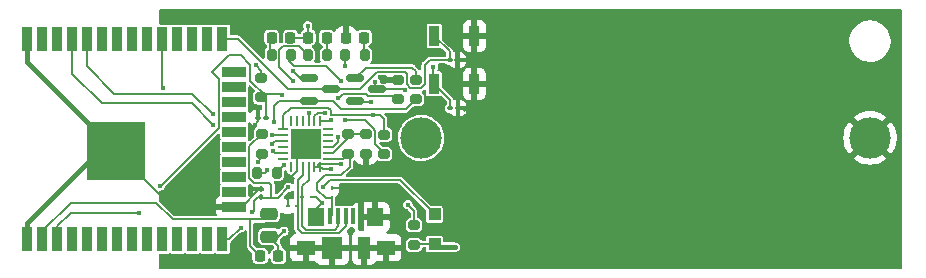
<source format=gtl>
%TF.GenerationSoftware,KiCad,Pcbnew,(6.0.4)*%
%TF.CreationDate,2022-06-11T13:57:15+01:00*%
%TF.ProjectId,soil-moisture-sensor,736f696c-2d6d-46f6-9973-747572652d73,%%version%%*%
%TF.SameCoordinates,Original*%
%TF.FileFunction,Copper,L1,Top*%
%TF.FilePolarity,Positive*%
%FSLAX46Y46*%
G04 Gerber Fmt 4.6, Leading zero omitted, Abs format (unit mm)*
G04 Created by KiCad (PCBNEW (6.0.4)) date 2022-06-11 13:57:15*
%MOMM*%
%LPD*%
G01*
G04 APERTURE LIST*
G04 Aperture macros list*
%AMRoundRect*
0 Rectangle with rounded corners*
0 $1 Rounding radius*
0 $2 $3 $4 $5 $6 $7 $8 $9 X,Y pos of 4 corners*
0 Add a 4 corners polygon primitive as box body*
4,1,4,$2,$3,$4,$5,$6,$7,$8,$9,$2,$3,0*
0 Add four circle primitives for the rounded corners*
1,1,$1+$1,$2,$3*
1,1,$1+$1,$4,$5*
1,1,$1+$1,$6,$7*
1,1,$1+$1,$8,$9*
0 Add four rect primitives between the rounded corners*
20,1,$1+$1,$2,$3,$4,$5,0*
20,1,$1+$1,$4,$5,$6,$7,0*
20,1,$1+$1,$6,$7,$8,$9,0*
20,1,$1+$1,$8,$9,$2,$3,0*%
G04 Aperture macros list end*
%TA.AperFunction,SMDPad,CuDef*%
%ADD10R,5.000000X5.000000*%
%TD*%
%TA.AperFunction,SMDPad,CuDef*%
%ADD11R,0.900000X2.000000*%
%TD*%
%TA.AperFunction,SMDPad,CuDef*%
%ADD12R,2.000000X0.900000*%
%TD*%
%TA.AperFunction,ComponentPad*%
%ADD13C,3.500000*%
%TD*%
%TA.AperFunction,SMDPad,CuDef*%
%ADD14RoundRect,0.200000X0.275000X-0.200000X0.275000X0.200000X-0.275000X0.200000X-0.275000X-0.200000X0*%
%TD*%
%TA.AperFunction,SMDPad,CuDef*%
%ADD15RoundRect,0.100000X0.100000X-0.130000X0.100000X0.130000X-0.100000X0.130000X-0.100000X-0.130000X0*%
%TD*%
%TA.AperFunction,SMDPad,CuDef*%
%ADD16RoundRect,0.100000X0.130000X0.100000X-0.130000X0.100000X-0.130000X-0.100000X0.130000X-0.100000X0*%
%TD*%
%TA.AperFunction,SMDPad,CuDef*%
%ADD17RoundRect,0.200000X-0.275000X0.200000X-0.275000X-0.200000X0.275000X-0.200000X0.275000X0.200000X0*%
%TD*%
%TA.AperFunction,SMDPad,CuDef*%
%ADD18RoundRect,0.150000X-0.587500X-0.150000X0.587500X-0.150000X0.587500X0.150000X-0.587500X0.150000X0*%
%TD*%
%TA.AperFunction,SMDPad,CuDef*%
%ADD19R,0.900000X1.700000*%
%TD*%
%TA.AperFunction,SMDPad,CuDef*%
%ADD20RoundRect,0.218750X-0.218750X-0.256250X0.218750X-0.256250X0.218750X0.256250X-0.218750X0.256250X0*%
%TD*%
%TA.AperFunction,SMDPad,CuDef*%
%ADD21RoundRect,0.250000X0.475000X-0.250000X0.475000X0.250000X-0.475000X0.250000X-0.475000X-0.250000X0*%
%TD*%
%TA.AperFunction,SMDPad,CuDef*%
%ADD22RoundRect,0.200000X-0.200000X-0.275000X0.200000X-0.275000X0.200000X0.275000X-0.200000X0.275000X0*%
%TD*%
%TA.AperFunction,SMDPad,CuDef*%
%ADD23RoundRect,0.225000X0.225000X0.250000X-0.225000X0.250000X-0.225000X-0.250000X0.225000X-0.250000X0*%
%TD*%
%TA.AperFunction,SMDPad,CuDef*%
%ADD24RoundRect,0.218750X0.218750X0.256250X-0.218750X0.256250X-0.218750X-0.256250X0.218750X-0.256250X0*%
%TD*%
%TA.AperFunction,SMDPad,CuDef*%
%ADD25R,1.000000X1.000000*%
%TD*%
%TA.AperFunction,SMDPad,CuDef*%
%ADD26R,0.360000X0.250000*%
%TD*%
%TA.AperFunction,SMDPad,CuDef*%
%ADD27R,1.425000X1.550000*%
%TD*%
%TA.AperFunction,SMDPad,CuDef*%
%ADD28R,1.800000X1.900000*%
%TD*%
%TA.AperFunction,SMDPad,CuDef*%
%ADD29R,1.650000X1.300000*%
%TD*%
%TA.AperFunction,SMDPad,CuDef*%
%ADD30R,1.000000X1.900000*%
%TD*%
%TA.AperFunction,SMDPad,CuDef*%
%ADD31R,0.450000X1.380000*%
%TD*%
%TA.AperFunction,SMDPad,CuDef*%
%ADD32RoundRect,0.200000X0.200000X0.275000X-0.200000X0.275000X-0.200000X-0.275000X0.200000X-0.275000X0*%
%TD*%
%TA.AperFunction,SMDPad,CuDef*%
%ADD33R,0.250000X0.360000*%
%TD*%
%TA.AperFunction,SMDPad,CuDef*%
%ADD34R,2.600000X2.600000*%
%TD*%
%TA.AperFunction,SMDPad,CuDef*%
%ADD35RoundRect,0.062500X0.350000X-0.062500X0.350000X0.062500X-0.350000X0.062500X-0.350000X-0.062500X0*%
%TD*%
%TA.AperFunction,SMDPad,CuDef*%
%ADD36RoundRect,0.062500X0.062500X-0.350000X0.062500X0.350000X-0.062500X0.350000X-0.062500X-0.350000X0*%
%TD*%
%TA.AperFunction,ViaPad*%
%ADD37C,0.400000*%
%TD*%
%TA.AperFunction,Conductor*%
%ADD38C,0.150000*%
%TD*%
%TA.AperFunction,Conductor*%
%ADD39C,0.400000*%
%TD*%
%TA.AperFunction,Conductor*%
%ADD40C,0.200000*%
%TD*%
G04 APERTURE END LIST*
D10*
X74445000Y-115200000D03*
D11*
X66945000Y-105700000D03*
X68215000Y-105700000D03*
X69485000Y-105700000D03*
X70755000Y-105700000D03*
X72025000Y-105700000D03*
X73295000Y-105700000D03*
X74565000Y-105700000D03*
X75835000Y-105700000D03*
X77105000Y-105700000D03*
X78375000Y-105700000D03*
X79645000Y-105700000D03*
X80915000Y-105700000D03*
X82185000Y-105700000D03*
X83455000Y-105700000D03*
D12*
X84455000Y-108485000D03*
X84455000Y-109755000D03*
X84455000Y-111025000D03*
X84455000Y-112295000D03*
X84455000Y-113565000D03*
X84455000Y-114835000D03*
X84455000Y-116105000D03*
X84455000Y-117375000D03*
X84455000Y-118645000D03*
X84455000Y-119915000D03*
D11*
X83455000Y-122700000D03*
X82185000Y-122700000D03*
X80915000Y-122700000D03*
X79645000Y-122700000D03*
X78375000Y-122700000D03*
X77105000Y-122700000D03*
X75835000Y-122700000D03*
X74565000Y-122700000D03*
X73295000Y-122700000D03*
X72025000Y-122700000D03*
X70755000Y-122700000D03*
X69485000Y-122700000D03*
X68215000Y-122700000D03*
X66945000Y-122700000D03*
D13*
X138287500Y-114100000D03*
X100287500Y-114100000D03*
D14*
X99675000Y-123150000D03*
X99675000Y-121500000D03*
X86800000Y-113775000D03*
X86800000Y-115425000D03*
D15*
X86750000Y-118430000D03*
X86750000Y-119070000D03*
D16*
X102755000Y-111575000D03*
X103395000Y-111575000D03*
D14*
X98337500Y-109175000D03*
X98337500Y-110825000D03*
D17*
X86750000Y-110675000D03*
X86750000Y-109025000D03*
D18*
X94700000Y-109050000D03*
X94700000Y-110950000D03*
X96575000Y-110000000D03*
D19*
X101400000Y-105475000D03*
X104800000Y-105475000D03*
D20*
X89212500Y-105600000D03*
X87637500Y-105600000D03*
D14*
X94100000Y-113800000D03*
X94100000Y-115450000D03*
D21*
X87400000Y-120550000D03*
X87400000Y-122450000D03*
D22*
X95525000Y-107100000D03*
X93875000Y-107100000D03*
D14*
X95600000Y-113800000D03*
X95600000Y-115450000D03*
D23*
X86650000Y-124100000D03*
X88200000Y-124100000D03*
D24*
X90712500Y-105600000D03*
X92287500Y-105600000D03*
D22*
X88075000Y-117050000D03*
X86425000Y-117050000D03*
D17*
X99837500Y-109175000D03*
X99837500Y-110825000D03*
D14*
X97150000Y-113825000D03*
X97150000Y-115475000D03*
D16*
X86480000Y-112400000D03*
X87120000Y-112400000D03*
D25*
X101425000Y-123075000D03*
X101425000Y-120575000D03*
D26*
X90230000Y-119100000D03*
X91070000Y-119100000D03*
D27*
X91412500Y-120825000D03*
D28*
X92750000Y-123400000D03*
D27*
X96387500Y-120825000D03*
D29*
X90525000Y-123400000D03*
D30*
X95450000Y-123400000D03*
D29*
X97275000Y-123400000D03*
D31*
X95200000Y-120740000D03*
X94550000Y-120740000D03*
X93900000Y-120740000D03*
X93250000Y-120740000D03*
X92600000Y-120740000D03*
D16*
X102705000Y-107500000D03*
X103345000Y-107500000D03*
D20*
X95487500Y-105600000D03*
X93912500Y-105600000D03*
D32*
X87625000Y-107100000D03*
X89275000Y-107100000D03*
D18*
X92675000Y-110000000D03*
X90800000Y-110950000D03*
X90800000Y-109050000D03*
D19*
X101375000Y-109525000D03*
X104775000Y-109525000D03*
D33*
X92700000Y-119220000D03*
X92700000Y-118380000D03*
D34*
X90500000Y-114600000D03*
D35*
X88562500Y-115850000D03*
X88562500Y-115350000D03*
X88562500Y-114850000D03*
X88562500Y-114350000D03*
X88562500Y-113850000D03*
X88562500Y-113350000D03*
D36*
X89250000Y-112662500D03*
X89750000Y-112662500D03*
X90250000Y-112662500D03*
X90750000Y-112662500D03*
X91250000Y-112662500D03*
X91750000Y-112662500D03*
D35*
X92437500Y-113350000D03*
X92437500Y-113850000D03*
X92437500Y-114350000D03*
X92437500Y-114850000D03*
X92437500Y-115350000D03*
X92437500Y-115850000D03*
D36*
X91750000Y-116537500D03*
X91250000Y-116537500D03*
X90750000Y-116537500D03*
X90250000Y-116537500D03*
X89750000Y-116537500D03*
X89250000Y-116537500D03*
D22*
X90675000Y-107100000D03*
X92325000Y-107100000D03*
D26*
X88972500Y-119875000D03*
X89812500Y-119875000D03*
D37*
X101325000Y-108100000D03*
X98922691Y-110077309D03*
X96416953Y-109341953D03*
X88500989Y-110475000D03*
X90675000Y-104625000D03*
X93475000Y-116350000D03*
X76400000Y-120425000D03*
X78175000Y-118150000D03*
X86175000Y-112975000D03*
X86450000Y-116100000D03*
X87225000Y-116850000D03*
X92650000Y-116750000D03*
X93850000Y-112624000D03*
X89468437Y-108473450D03*
X89450000Y-109250000D03*
X92175000Y-112025000D03*
X92622224Y-112623216D03*
X93473301Y-109273301D03*
X90775000Y-111999500D03*
X93250000Y-110699500D03*
X101650000Y-110850000D03*
X97000000Y-109175000D03*
X87850000Y-112775000D03*
X87750000Y-115225000D03*
X82625000Y-112050000D03*
X87675000Y-113875000D03*
X70755000Y-105700000D03*
X82700000Y-113000000D03*
X87675000Y-114575000D03*
X93228604Y-114060935D03*
X88700000Y-116425000D03*
X85975000Y-118450000D03*
X88075000Y-118150000D03*
X88075000Y-118150000D03*
X89200000Y-118950000D03*
X89200000Y-118950000D03*
X89050000Y-118275000D03*
X92000000Y-118250000D03*
X78400000Y-109875000D03*
X99150000Y-119750000D03*
X103150000Y-123350000D03*
X96075000Y-111050000D03*
X96225000Y-112149500D03*
X91900000Y-119625000D03*
X88650000Y-122000000D03*
X86300000Y-107950000D03*
X93875000Y-108025000D03*
X85000000Y-121700000D03*
X86000000Y-120400000D03*
D38*
X101325000Y-109475000D02*
X101375000Y-109525000D01*
X101325000Y-108100000D02*
X101325000Y-109475000D01*
X98845382Y-110000000D02*
X98922691Y-110077309D01*
X96575000Y-110000000D02*
X98845382Y-110000000D01*
X101000000Y-107500000D02*
X102705000Y-107500000D01*
X100587020Y-107912980D02*
X101000000Y-107500000D01*
X100587020Y-109571552D02*
X100587020Y-107912980D01*
X99087980Y-109571552D02*
X99365948Y-109849520D01*
X98875000Y-108499520D02*
X99087980Y-108712500D01*
X99087980Y-108712500D02*
X99087980Y-109571552D01*
X96588341Y-108499520D02*
X98875000Y-108499520D01*
X95087861Y-110000000D02*
X96588341Y-108499520D01*
X99365948Y-109849520D02*
X100309052Y-109849520D01*
X100309052Y-109849520D02*
X100587020Y-109571552D01*
X92675000Y-110000000D02*
X95087861Y-110000000D01*
X102705000Y-107500000D02*
X102705000Y-106780000D01*
X102705000Y-106780000D02*
X101400000Y-105475000D01*
X103750000Y-111575000D02*
X103975000Y-111800000D01*
X103395000Y-111575000D02*
X103750000Y-111575000D01*
X102755000Y-110905000D02*
X101375000Y-109525000D01*
X102755000Y-111575000D02*
X102755000Y-110905000D01*
X89087500Y-105600000D02*
X90712500Y-105600000D01*
X87512500Y-105600000D02*
X87512500Y-107062500D01*
X88275000Y-106625000D02*
X88550480Y-106349520D01*
X88275000Y-108075000D02*
X88275000Y-106625000D01*
X88550480Y-106349520D02*
X89924520Y-106349520D01*
X96416953Y-109841953D02*
X96575000Y-110000000D01*
X96416953Y-109341953D02*
X96416953Y-109841953D01*
X87049520Y-110375480D02*
X88401469Y-110375480D01*
X88401469Y-110375480D02*
X88500989Y-110475000D01*
X86750000Y-110675000D02*
X87049520Y-110375480D01*
X90675000Y-105562500D02*
X90712500Y-105600000D01*
X90675000Y-104625000D02*
X90675000Y-105562500D01*
X91625000Y-116350000D02*
X93475000Y-116350000D01*
X91437500Y-116537500D02*
X91625000Y-116350000D01*
X91437500Y-116537500D02*
X91750000Y-116537500D01*
X91250000Y-116537500D02*
X91437500Y-116537500D01*
X89201618Y-117475000D02*
X89100000Y-117475000D01*
X89750000Y-116926618D02*
X89201618Y-117475000D01*
X89750000Y-116537500D02*
X89750000Y-116926618D01*
X94225000Y-115575000D02*
X94100000Y-115450000D01*
X94225000Y-116525000D02*
X94225000Y-115575000D01*
X93475000Y-117275000D02*
X94225000Y-116525000D01*
X92150000Y-117275000D02*
X93475000Y-117275000D01*
X98525000Y-117675000D02*
X101425000Y-120575000D01*
X92000000Y-118250000D02*
X92575000Y-117675000D01*
X92575000Y-117675000D02*
X98525000Y-117675000D01*
X91500000Y-117925000D02*
X92150000Y-117275000D01*
X91500000Y-118500000D02*
X91500000Y-117925000D01*
X92220000Y-119220000D02*
X91500000Y-118500000D01*
X92700000Y-119220000D02*
X92220000Y-119220000D01*
X70610000Y-120425000D02*
X76400000Y-120425000D01*
X69485000Y-121550000D02*
X70610000Y-120425000D01*
X69485000Y-122700000D02*
X69485000Y-121550000D01*
X79300000Y-121000000D02*
X85900000Y-121000000D01*
X77875000Y-119575000D02*
X79300000Y-121000000D01*
X70610978Y-119575000D02*
X77875000Y-119575000D01*
X68215000Y-121970978D02*
X70610978Y-119575000D01*
X68215000Y-122700000D02*
X68215000Y-121970978D01*
X85800000Y-121000000D02*
X85900000Y-121000000D01*
X85900000Y-121000000D02*
X86950000Y-121000000D01*
X78275000Y-118150000D02*
X78175000Y-118150000D01*
X78425000Y-118000000D02*
X78275000Y-118150000D01*
X83174511Y-113250489D02*
X78425000Y-118000000D01*
X82550000Y-108525000D02*
X83174511Y-109149511D01*
X83975000Y-107100000D02*
X82550000Y-108525000D01*
X85025000Y-107100000D02*
X83975000Y-107100000D01*
X85825489Y-107900489D02*
X85025000Y-107100000D01*
X83174511Y-109149511D02*
X83174511Y-113250489D01*
X87120000Y-110541072D02*
X85825489Y-109246561D01*
X85825489Y-109246561D02*
X85825489Y-107900489D01*
X87120000Y-112400000D02*
X87120000Y-110541072D01*
X86480000Y-112670000D02*
X86175000Y-112975000D01*
X86480000Y-112400000D02*
X86480000Y-112670000D01*
X86800000Y-115750000D02*
X86450000Y-116100000D01*
X86800000Y-115425000D02*
X86800000Y-115750000D01*
X89750000Y-115350000D02*
X90500000Y-114600000D01*
X89750000Y-116537500D02*
X89750000Y-115350000D01*
X91962500Y-116750000D02*
X91750000Y-116537500D01*
X92650000Y-116750000D02*
X91962500Y-116750000D01*
X87025000Y-117050000D02*
X87225000Y-116850000D01*
X86425000Y-117050000D02*
X87025000Y-117050000D01*
X97150000Y-115400000D02*
X97150000Y-115475000D01*
X96350000Y-114600000D02*
X97150000Y-115400000D01*
X96325000Y-113400000D02*
X96350000Y-113425000D01*
X96325000Y-113378928D02*
X96325000Y-113400000D01*
X96350000Y-113425000D02*
X96350000Y-114600000D01*
X93850000Y-112624000D02*
X95570072Y-112624000D01*
X95570072Y-112624000D02*
X96325000Y-113378928D01*
X97125000Y-113750000D02*
X97075000Y-113800000D01*
X97125000Y-112500000D02*
X97125000Y-113750000D01*
X96774500Y-112149500D02*
X97125000Y-112500000D01*
X96225000Y-112149500D02*
X96774500Y-112149500D01*
X90044987Y-109050000D02*
X89468437Y-108473450D01*
X90800000Y-109050000D02*
X90044987Y-109050000D01*
X89924520Y-106349520D02*
X90675000Y-107100000D01*
X89450000Y-109250000D02*
X88275000Y-108075000D01*
X92125480Y-111975480D02*
X92175000Y-112025000D01*
X91547902Y-111975480D02*
X92125480Y-111975480D01*
X91250000Y-112273382D02*
X91547902Y-111975480D01*
X91250000Y-112662500D02*
X91250000Y-112273382D01*
X92649500Y-111774500D02*
X92649500Y-112149500D01*
X89225000Y-111525000D02*
X92400000Y-111525000D01*
X92649500Y-112149500D02*
X96225000Y-112149500D01*
X88562500Y-112187500D02*
X89225000Y-111525000D01*
X88562500Y-113350000D02*
X88562500Y-112187500D01*
X92400000Y-111525000D02*
X92649500Y-111774500D01*
X90775000Y-111999500D02*
X90750000Y-112024500D01*
X90750000Y-112024500D02*
X90750000Y-112662500D01*
X89125000Y-107625000D02*
X89125000Y-107100000D01*
X92200000Y-108000000D02*
X89500000Y-108000000D01*
X89500000Y-108000000D02*
X89125000Y-107625000D01*
X93473301Y-109273301D02*
X92200000Y-108000000D01*
X92582940Y-112662500D02*
X92622224Y-112623216D01*
X91750000Y-112662500D02*
X92582940Y-112662500D01*
X98087500Y-110575000D02*
X98337500Y-110825000D01*
X95812139Y-110575000D02*
X98087500Y-110575000D01*
X95586659Y-110349520D02*
X95812139Y-110575000D01*
X93663341Y-110349520D02*
X95586659Y-110349520D01*
X93250000Y-110699500D02*
X93313361Y-110699500D01*
X93313361Y-110699500D02*
X93663341Y-110349520D01*
X89050000Y-110000000D02*
X92675000Y-110000000D01*
X83455000Y-105700000D02*
X84750000Y-105700000D01*
X84750000Y-105700000D02*
X89050000Y-110000000D01*
X88275000Y-110950000D02*
X90800000Y-110950000D01*
X87850000Y-111375000D02*
X88275000Y-110950000D01*
X87850000Y-112775000D02*
X87850000Y-111375000D01*
X87875000Y-115350000D02*
X87750000Y-115225000D01*
X88562500Y-115350000D02*
X87875000Y-115350000D01*
X72025000Y-107975000D02*
X72025000Y-105700000D01*
X71975000Y-108025000D02*
X72025000Y-107975000D01*
X74299511Y-110349511D02*
X71975000Y-108025000D01*
X80924511Y-110349511D02*
X74299511Y-110349511D01*
X82625000Y-112050000D02*
X80924511Y-110349511D01*
X87700000Y-113850000D02*
X87675000Y-113875000D01*
X88562500Y-113850000D02*
X87700000Y-113850000D01*
X70755000Y-108680000D02*
X70755000Y-105700000D01*
X73250000Y-111175000D02*
X70755000Y-108680000D01*
X80875000Y-111175000D02*
X73250000Y-111175000D01*
X87900000Y-114350000D02*
X87675000Y-114575000D01*
X88562500Y-114350000D02*
X87900000Y-114350000D01*
X82700000Y-113000000D02*
X80875000Y-111175000D01*
X92832322Y-114850000D02*
X92437500Y-114850000D01*
X93228604Y-114453718D02*
X92832322Y-114850000D01*
X93228604Y-114060935D02*
X93228604Y-114453718D01*
X88075000Y-117050000D02*
X88700000Y-116425000D01*
X87600481Y-118100481D02*
X87600481Y-119174519D01*
X87425480Y-117925480D02*
X87600481Y-118100481D01*
X86154408Y-117925480D02*
X87425480Y-117925480D01*
X85750480Y-117521552D02*
X86154408Y-117925480D01*
X85750480Y-114824520D02*
X85750480Y-117521552D01*
X86800000Y-113775000D02*
X85750480Y-114824520D01*
X87600481Y-119174519D02*
X86854519Y-119174519D01*
X88150481Y-119174519D02*
X87600481Y-119174519D01*
X88972500Y-119322500D02*
X88875000Y-119225000D01*
X88972500Y-119875000D02*
X88972500Y-119322500D01*
X86854519Y-119174519D02*
X86750000Y-119070000D01*
X89050000Y-118275000D02*
X88150481Y-119174519D01*
X93495000Y-118380000D02*
X93500000Y-118375000D01*
X92700000Y-118380000D02*
X93495000Y-118380000D01*
X78375000Y-110000000D02*
X78375000Y-108350000D01*
X78375000Y-108200000D02*
X78375000Y-108325000D01*
X99675000Y-120275000D02*
X99150000Y-119750000D01*
X99675000Y-121500000D02*
X99675000Y-120275000D01*
X78375000Y-105700000D02*
X78375000Y-108200000D01*
X99750000Y-123075000D02*
X101425000Y-123075000D01*
X99675000Y-123150000D02*
X99750000Y-123075000D01*
D39*
X101700000Y-123350000D02*
X101425000Y-123075000D01*
X103150000Y-123350000D02*
X101700000Y-123350000D01*
D38*
X92800000Y-110950000D02*
X93525000Y-111675000D01*
X93525000Y-111675000D02*
X98987500Y-111675000D01*
X90800000Y-110950000D02*
X92800000Y-110950000D01*
X98987500Y-111675000D02*
X99837500Y-110825000D01*
X94800000Y-111050000D02*
X94700000Y-110950000D01*
X96075000Y-111050000D02*
X94800000Y-111050000D01*
X99837500Y-108462500D02*
X99837500Y-109175000D01*
X99525000Y-108150000D02*
X99837500Y-108462500D01*
X95600000Y-108150000D02*
X99525000Y-108150000D01*
X94700000Y-109050000D02*
X95600000Y-108150000D01*
X95600000Y-113800000D02*
X94100000Y-113800000D01*
X94100000Y-114076618D02*
X92826618Y-115350000D01*
X92826618Y-115350000D02*
X92437500Y-115350000D01*
X94100000Y-113800000D02*
X94100000Y-114076618D01*
X93700000Y-115850000D02*
X92437500Y-115850000D01*
X94100000Y-115450000D02*
X93700000Y-115850000D01*
X92700000Y-120640000D02*
X92600000Y-120740000D01*
X92700000Y-119220000D02*
X92700000Y-120640000D01*
X91375000Y-119100000D02*
X91900000Y-119625000D01*
X91070000Y-119100000D02*
X91375000Y-119100000D01*
X91412500Y-120112500D02*
X91900000Y-119625000D01*
X91412500Y-120825000D02*
X91412500Y-120112500D01*
X86850000Y-118330000D02*
X86750000Y-118430000D01*
X86575705Y-118430000D02*
X86750000Y-118430000D01*
X84455000Y-119915000D02*
X85090705Y-119915000D01*
X85090705Y-119915000D02*
X86575705Y-118430000D01*
X86430000Y-119070000D02*
X86100000Y-119400000D01*
X86750000Y-119070000D02*
X86430000Y-119070000D01*
X88200000Y-122450000D02*
X88650000Y-122000000D01*
X87400000Y-122450000D02*
X88200000Y-122450000D01*
X86750000Y-108400000D02*
X86300000Y-107950000D01*
X86750000Y-109025000D02*
X86750000Y-108400000D01*
X93850000Y-108050000D02*
X93875000Y-108025000D01*
X93875000Y-107100000D02*
X93875000Y-108025000D01*
X95487500Y-107062500D02*
X95525000Y-107100000D01*
X95487500Y-105600000D02*
X95487500Y-107062500D01*
X92287500Y-107062500D02*
X92325000Y-107100000D01*
X92287500Y-105600000D02*
X92287500Y-107062500D01*
X87512500Y-107062500D02*
X87475000Y-107100000D01*
X86750000Y-110675000D02*
X87120000Y-111045000D01*
X87120000Y-111045000D02*
X87120000Y-112400000D01*
X92580000Y-120720000D02*
X92600000Y-120740000D01*
D40*
X89850000Y-117650000D02*
X90250000Y-117250000D01*
X89850000Y-121800000D02*
X89850000Y-117650000D01*
X90250000Y-117250000D02*
X90250000Y-116537500D01*
X90201031Y-122151031D02*
X89850000Y-121800000D01*
X93328969Y-122151031D02*
X90201031Y-122151031D01*
X93900000Y-121580000D02*
X93328969Y-122151031D01*
X93900000Y-120740000D02*
X93900000Y-121580000D01*
X90750000Y-117650000D02*
X90750000Y-116537500D01*
X90524511Y-121874511D02*
X90200000Y-121550000D01*
X92955489Y-121874511D02*
X90524511Y-121874511D01*
X93250000Y-121580000D02*
X92955489Y-121874511D01*
X90200000Y-121550000D02*
X90200000Y-118200000D01*
X90200000Y-118200000D02*
X90750000Y-117650000D01*
X93250000Y-120740000D02*
X93250000Y-121580000D01*
D38*
X84000000Y-122700000D02*
X83455000Y-122700000D01*
X85000000Y-121700000D02*
X84000000Y-122700000D01*
X86100000Y-120300000D02*
X86000000Y-120400000D01*
X86100000Y-119400000D02*
X86100000Y-120300000D01*
X88200000Y-123250000D02*
X88200000Y-124100000D01*
X87400000Y-122450000D02*
X88200000Y-123250000D01*
X79160000Y-119915000D02*
X74445000Y-115200000D01*
X84455000Y-119915000D02*
X79160000Y-119915000D01*
X85800000Y-123250000D02*
X86650000Y-124100000D01*
X85800000Y-121000000D02*
X85800000Y-123250000D01*
X86950000Y-121000000D02*
X87400000Y-120550000D01*
D39*
X66945000Y-121300000D02*
X73045000Y-115200000D01*
X73045000Y-115200000D02*
X74445000Y-115200000D01*
X66945000Y-122700000D02*
X66945000Y-121300000D01*
X66945000Y-107700000D02*
X74445000Y-115200000D01*
X66945000Y-105700000D02*
X66945000Y-107700000D01*
%TA.AperFunction,Conductor*%
G36*
X140942121Y-103220502D02*
G01*
X140988614Y-103274158D01*
X141000000Y-103326500D01*
X141000000Y-125073500D01*
X140979998Y-125141621D01*
X140926342Y-125188114D01*
X140874000Y-125199500D01*
X78215492Y-125199500D01*
X78147371Y-125179498D01*
X78100878Y-125125842D01*
X78089492Y-125073500D01*
X78089492Y-124026500D01*
X78109494Y-123958379D01*
X78163150Y-123911886D01*
X78215492Y-123900500D01*
X78844748Y-123900500D01*
X78850816Y-123899293D01*
X78891061Y-123891288D01*
X78891062Y-123891288D01*
X78903231Y-123888867D01*
X78913548Y-123881973D01*
X78913551Y-123881972D01*
X78939997Y-123864301D01*
X79007749Y-123843085D01*
X79080003Y-123864301D01*
X79106449Y-123881972D01*
X79106452Y-123881973D01*
X79116769Y-123888867D01*
X79128938Y-123891288D01*
X79128939Y-123891288D01*
X79169184Y-123899293D01*
X79175252Y-123900500D01*
X80114748Y-123900500D01*
X80120816Y-123899293D01*
X80161061Y-123891288D01*
X80161062Y-123891288D01*
X80173231Y-123888867D01*
X80183548Y-123881973D01*
X80183551Y-123881972D01*
X80209997Y-123864301D01*
X80277749Y-123843085D01*
X80350003Y-123864301D01*
X80376449Y-123881972D01*
X80376452Y-123881973D01*
X80386769Y-123888867D01*
X80398938Y-123891288D01*
X80398939Y-123891288D01*
X80439184Y-123899293D01*
X80445252Y-123900500D01*
X81384748Y-123900500D01*
X81390816Y-123899293D01*
X81431061Y-123891288D01*
X81431062Y-123891288D01*
X81443231Y-123888867D01*
X81453548Y-123881973D01*
X81453551Y-123881972D01*
X81479997Y-123864301D01*
X81547749Y-123843085D01*
X81620003Y-123864301D01*
X81646449Y-123881972D01*
X81646452Y-123881973D01*
X81656769Y-123888867D01*
X81668938Y-123891288D01*
X81668939Y-123891288D01*
X81709184Y-123899293D01*
X81715252Y-123900500D01*
X82654748Y-123900500D01*
X82660816Y-123899293D01*
X82701061Y-123891288D01*
X82701062Y-123891288D01*
X82713231Y-123888867D01*
X82723548Y-123881973D01*
X82723551Y-123881972D01*
X82749997Y-123864301D01*
X82817749Y-123843085D01*
X82890003Y-123864301D01*
X82916449Y-123881972D01*
X82916452Y-123881973D01*
X82926769Y-123888867D01*
X82938938Y-123891288D01*
X82938939Y-123891288D01*
X82979184Y-123899293D01*
X82985252Y-123900500D01*
X83924748Y-123900500D01*
X83930816Y-123899293D01*
X83971061Y-123891288D01*
X83971062Y-123891288D01*
X83983231Y-123888867D01*
X84049552Y-123844552D01*
X84093867Y-123778231D01*
X84099538Y-123749724D01*
X84104293Y-123725816D01*
X84105500Y-123719748D01*
X84105500Y-123028196D01*
X84125502Y-122960075D01*
X84161500Y-122923430D01*
X84165500Y-122920757D01*
X84168905Y-122918482D01*
X84175618Y-122913996D01*
X84178185Y-122917837D01*
X84178190Y-122917834D01*
X84175623Y-122913993D01*
X84188311Y-122905515D01*
X84198624Y-122898624D01*
X84207102Y-122885936D01*
X84222772Y-122866844D01*
X84952186Y-122137430D01*
X85021570Y-122102076D01*
X85115513Y-122087197D01*
X85115515Y-122087196D01*
X85125304Y-122085646D01*
X85238342Y-122028050D01*
X85309405Y-121956987D01*
X85371717Y-121922961D01*
X85442532Y-121928026D01*
X85499368Y-121970573D01*
X85524179Y-122037093D01*
X85524500Y-122046082D01*
X85524500Y-123210457D01*
X85522079Y-123235037D01*
X85519103Y-123250000D01*
X85524500Y-123277132D01*
X85524500Y-123277133D01*
X85540485Y-123357495D01*
X85568529Y-123399465D01*
X85585257Y-123424500D01*
X85601376Y-123448624D01*
X85613600Y-123456792D01*
X85614064Y-123457102D01*
X85633156Y-123472772D01*
X85962595Y-123802211D01*
X85996621Y-123864523D01*
X85999500Y-123891306D01*
X85999500Y-124383488D01*
X86003022Y-124405724D01*
X86012823Y-124467604D01*
X86015281Y-124483126D01*
X86076472Y-124603220D01*
X86171780Y-124698528D01*
X86291874Y-124759719D01*
X86301663Y-124761269D01*
X86301665Y-124761270D01*
X86331149Y-124765940D01*
X86391512Y-124775500D01*
X86908488Y-124775500D01*
X86968851Y-124765940D01*
X86998335Y-124761270D01*
X86998337Y-124761269D01*
X87008126Y-124759719D01*
X87128220Y-124698528D01*
X87223528Y-124603220D01*
X87284719Y-124483126D01*
X87287178Y-124467604D01*
X87300500Y-124383488D01*
X87302750Y-124383844D01*
X87324674Y-124326324D01*
X87381812Y-124284184D01*
X87452662Y-124279625D01*
X87514729Y-124314094D01*
X87548309Y-124376648D01*
X87549297Y-124383520D01*
X87549500Y-124383488D01*
X87562823Y-124467604D01*
X87565281Y-124483126D01*
X87626472Y-124603220D01*
X87721780Y-124698528D01*
X87841874Y-124759719D01*
X87851663Y-124761269D01*
X87851665Y-124761270D01*
X87881149Y-124765940D01*
X87941512Y-124775500D01*
X88458488Y-124775500D01*
X88518851Y-124765940D01*
X88548335Y-124761270D01*
X88548337Y-124761269D01*
X88558126Y-124759719D01*
X88678220Y-124698528D01*
X88773528Y-124603220D01*
X88834719Y-124483126D01*
X88837178Y-124467604D01*
X88846978Y-124405724D01*
X88850500Y-124383488D01*
X88850500Y-124094669D01*
X89192001Y-124094669D01*
X89192371Y-124101490D01*
X89197895Y-124152352D01*
X89201521Y-124167604D01*
X89246676Y-124288054D01*
X89255214Y-124303649D01*
X89331715Y-124405724D01*
X89344276Y-124418285D01*
X89446351Y-124494786D01*
X89461946Y-124503324D01*
X89582394Y-124548478D01*
X89597649Y-124552105D01*
X89648514Y-124557631D01*
X89655328Y-124558000D01*
X90252885Y-124558000D01*
X90268124Y-124553525D01*
X90269329Y-124552135D01*
X90271000Y-124544452D01*
X90271000Y-124539884D01*
X90779000Y-124539884D01*
X90783475Y-124555123D01*
X90784865Y-124556328D01*
X90792548Y-124557999D01*
X91307974Y-124557999D01*
X91376095Y-124578001D01*
X91408800Y-124608434D01*
X91481715Y-124705724D01*
X91494276Y-124718285D01*
X91596351Y-124794786D01*
X91611946Y-124803324D01*
X91732394Y-124848478D01*
X91747649Y-124852105D01*
X91798514Y-124857631D01*
X91805328Y-124858000D01*
X92477885Y-124858000D01*
X92493124Y-124853525D01*
X92494329Y-124852135D01*
X92496000Y-124844452D01*
X92496000Y-124839884D01*
X93004000Y-124839884D01*
X93008475Y-124855123D01*
X93009865Y-124856328D01*
X93017548Y-124857999D01*
X93694669Y-124857999D01*
X93701490Y-124857629D01*
X93752352Y-124852105D01*
X93767604Y-124848479D01*
X93888054Y-124803324D01*
X93903649Y-124794786D01*
X94005724Y-124718285D01*
X94018285Y-124705724D01*
X94094786Y-124603649D01*
X94103324Y-124588054D01*
X94148478Y-124467606D01*
X94152105Y-124452351D01*
X94157631Y-124401486D01*
X94158000Y-124394672D01*
X94158000Y-124394669D01*
X94442001Y-124394669D01*
X94442371Y-124401490D01*
X94447895Y-124452352D01*
X94451521Y-124467604D01*
X94496676Y-124588054D01*
X94505214Y-124603649D01*
X94581715Y-124705724D01*
X94594276Y-124718285D01*
X94696351Y-124794786D01*
X94711946Y-124803324D01*
X94832394Y-124848478D01*
X94847649Y-124852105D01*
X94898514Y-124857631D01*
X94905328Y-124858000D01*
X95177885Y-124858000D01*
X95193124Y-124853525D01*
X95194329Y-124852135D01*
X95196000Y-124844452D01*
X95196000Y-124839884D01*
X95704000Y-124839884D01*
X95708475Y-124855123D01*
X95709865Y-124856328D01*
X95717548Y-124857999D01*
X95994669Y-124857999D01*
X96001490Y-124857629D01*
X96052352Y-124852105D01*
X96067604Y-124848479D01*
X96188054Y-124803324D01*
X96203649Y-124794786D01*
X96305724Y-124718285D01*
X96318285Y-124705724D01*
X96391199Y-124608435D01*
X96448058Y-124565920D01*
X96492025Y-124558000D01*
X97002885Y-124558000D01*
X97018124Y-124553525D01*
X97019329Y-124552135D01*
X97021000Y-124544452D01*
X97021000Y-124539884D01*
X97529000Y-124539884D01*
X97533475Y-124555123D01*
X97534865Y-124556328D01*
X97542548Y-124557999D01*
X98144669Y-124557999D01*
X98151490Y-124557629D01*
X98202352Y-124552105D01*
X98217604Y-124548479D01*
X98338054Y-124503324D01*
X98353649Y-124494786D01*
X98455724Y-124418285D01*
X98468285Y-124405724D01*
X98544786Y-124303649D01*
X98553324Y-124288054D01*
X98598478Y-124167606D01*
X98602105Y-124152351D01*
X98607631Y-124101486D01*
X98608000Y-124094672D01*
X98608000Y-123672115D01*
X98603525Y-123656876D01*
X98602135Y-123655671D01*
X98594452Y-123654000D01*
X97547115Y-123654000D01*
X97531876Y-123658475D01*
X97530671Y-123659865D01*
X97529000Y-123667548D01*
X97529000Y-124539884D01*
X97021000Y-124539884D01*
X97021000Y-123672115D01*
X97016525Y-123656876D01*
X97015135Y-123655671D01*
X97007452Y-123654000D01*
X95722115Y-123654000D01*
X95706876Y-123658475D01*
X95705671Y-123659865D01*
X95704000Y-123667548D01*
X95704000Y-124839884D01*
X95196000Y-124839884D01*
X95196000Y-123672115D01*
X95191525Y-123656876D01*
X95190135Y-123655671D01*
X95182452Y-123654000D01*
X94460116Y-123654000D01*
X94444877Y-123658475D01*
X94443672Y-123659865D01*
X94442001Y-123667548D01*
X94442001Y-124394669D01*
X94158000Y-124394669D01*
X94158000Y-123672115D01*
X94153525Y-123656876D01*
X94152135Y-123655671D01*
X94144452Y-123654000D01*
X93022115Y-123654000D01*
X93006876Y-123658475D01*
X93005671Y-123659865D01*
X93004000Y-123667548D01*
X93004000Y-124839884D01*
X92496000Y-124839884D01*
X92496000Y-123672115D01*
X92491525Y-123656876D01*
X92490135Y-123655671D01*
X92482452Y-123654000D01*
X90797115Y-123654000D01*
X90781876Y-123658475D01*
X90780671Y-123659865D01*
X90779000Y-123667548D01*
X90779000Y-124539884D01*
X90271000Y-124539884D01*
X90271000Y-123672115D01*
X90266525Y-123656876D01*
X90265135Y-123655671D01*
X90257452Y-123654000D01*
X89210116Y-123654000D01*
X89194877Y-123658475D01*
X89193672Y-123659865D01*
X89192001Y-123667548D01*
X89192001Y-124094669D01*
X88850500Y-124094669D01*
X88850500Y-123816512D01*
X88837692Y-123735646D01*
X88836270Y-123726665D01*
X88836269Y-123726663D01*
X88834719Y-123716874D01*
X88773528Y-123596780D01*
X88678220Y-123501472D01*
X88588030Y-123455518D01*
X88566962Y-123444783D01*
X88566961Y-123444783D01*
X88558126Y-123440281D01*
X88558053Y-123440270D01*
X88503960Y-123403283D01*
X88476322Y-123337886D01*
X88475500Y-123323521D01*
X88475500Y-123289543D01*
X88477921Y-123264961D01*
X88478476Y-123262171D01*
X88480897Y-123250000D01*
X88475500Y-123222867D01*
X88459515Y-123142505D01*
X88423825Y-123089091D01*
X88413994Y-123074378D01*
X88413993Y-123074377D01*
X88398624Y-123051376D01*
X88385936Y-123042898D01*
X88366844Y-123027228D01*
X88327232Y-122987616D01*
X88293206Y-122925304D01*
X88297444Y-122856773D01*
X88319974Y-122792616D01*
X88322519Y-122785369D01*
X88325500Y-122753834D01*
X88326909Y-122753967D01*
X88348348Y-122692076D01*
X88380961Y-122660428D01*
X88388306Y-122655520D01*
X88388311Y-122655515D01*
X88398624Y-122648624D01*
X88407104Y-122635934D01*
X88422771Y-122616845D01*
X88602186Y-122437430D01*
X88671570Y-122402076D01*
X88765513Y-122387197D01*
X88765515Y-122387196D01*
X88775304Y-122385646D01*
X88888342Y-122328050D01*
X88978050Y-122238342D01*
X89035646Y-122125304D01*
X89037337Y-122114631D01*
X89053941Y-122009793D01*
X89055492Y-122000000D01*
X89052229Y-121979397D01*
X89037197Y-121884487D01*
X89037196Y-121884485D01*
X89035646Y-121874696D01*
X88978050Y-121761658D01*
X88888342Y-121671950D01*
X88775304Y-121614354D01*
X88765515Y-121612804D01*
X88765513Y-121612803D01*
X88659793Y-121596059D01*
X88650000Y-121594508D01*
X88640207Y-121596059D01*
X88534487Y-121612803D01*
X88534485Y-121612804D01*
X88524696Y-121614354D01*
X88411658Y-121671950D01*
X88321950Y-121761658D01*
X88312323Y-121780552D01*
X88263576Y-121832169D01*
X88194661Y-121849237D01*
X88125195Y-121824703D01*
X88095757Y-121802959D01*
X88095754Y-121802958D01*
X88088184Y-121797366D01*
X87960369Y-121752481D01*
X87952723Y-121751758D01*
X87952722Y-121751758D01*
X87946752Y-121751194D01*
X87928834Y-121749500D01*
X86871166Y-121749500D01*
X86853248Y-121751194D01*
X86847278Y-121751758D01*
X86847277Y-121751758D01*
X86839631Y-121752481D01*
X86711816Y-121797366D01*
X86704246Y-121802958D01*
X86704243Y-121802959D01*
X86637848Y-121852000D01*
X86602850Y-121877850D01*
X86597258Y-121885421D01*
X86527959Y-121979243D01*
X86527958Y-121979246D01*
X86522366Y-121986816D01*
X86477481Y-122114631D01*
X86474500Y-122146166D01*
X86474500Y-122753834D01*
X86477481Y-122785369D01*
X86522366Y-122913184D01*
X86527958Y-122920754D01*
X86527959Y-122920757D01*
X86556587Y-122959515D01*
X86602850Y-123022150D01*
X86610421Y-123027742D01*
X86704243Y-123097041D01*
X86704246Y-123097042D01*
X86711816Y-123102634D01*
X86839631Y-123147519D01*
X86847277Y-123148242D01*
X86847278Y-123148242D01*
X86853248Y-123148806D01*
X86871166Y-123150500D01*
X87658694Y-123150500D01*
X87726815Y-123170502D01*
X87747789Y-123187405D01*
X87824437Y-123264053D01*
X87858463Y-123326365D01*
X87853398Y-123397180D01*
X87810851Y-123454016D01*
X87792545Y-123465415D01*
X87730613Y-123496971D01*
X87730611Y-123496972D01*
X87721780Y-123501472D01*
X87626472Y-123596780D01*
X87565281Y-123716874D01*
X87563731Y-123726663D01*
X87563730Y-123726665D01*
X87553929Y-123788547D01*
X87549500Y-123816512D01*
X87547250Y-123816156D01*
X87525326Y-123873676D01*
X87468188Y-123915816D01*
X87397338Y-123920375D01*
X87335271Y-123885906D01*
X87301691Y-123823352D01*
X87300703Y-123816480D01*
X87300500Y-123816512D01*
X87286270Y-123726665D01*
X87286269Y-123726663D01*
X87284719Y-123716874D01*
X87223528Y-123596780D01*
X87128220Y-123501472D01*
X87008126Y-123440281D01*
X86998337Y-123438731D01*
X86998335Y-123438730D01*
X86968851Y-123434060D01*
X86908488Y-123424500D01*
X86416306Y-123424500D01*
X86348185Y-123404498D01*
X86327211Y-123387595D01*
X86112405Y-123172789D01*
X86078379Y-123110477D01*
X86075500Y-123083694D01*
X86075500Y-121401500D01*
X86095502Y-121333379D01*
X86149158Y-121286886D01*
X86201500Y-121275500D01*
X86910457Y-121275500D01*
X86935039Y-121277921D01*
X86950000Y-121280897D01*
X86977132Y-121275500D01*
X86977133Y-121275500D01*
X87057495Y-121259515D01*
X87059538Y-121258150D01*
X87097995Y-121250500D01*
X87928834Y-121250500D01*
X87946752Y-121248806D01*
X87952722Y-121248242D01*
X87952723Y-121248242D01*
X87960369Y-121247519D01*
X88088184Y-121202634D01*
X88095754Y-121197042D01*
X88095757Y-121197041D01*
X88189579Y-121127742D01*
X88197150Y-121122150D01*
X88235306Y-121070491D01*
X88272041Y-121020757D01*
X88272042Y-121020754D01*
X88277634Y-121013184D01*
X88322519Y-120885369D01*
X88325500Y-120853834D01*
X88325500Y-120536779D01*
X88345502Y-120468658D01*
X88399158Y-120422165D01*
X88469432Y-120412061D01*
X88527063Y-120435952D01*
X88538848Y-120444784D01*
X88554446Y-120453324D01*
X88674894Y-120498478D01*
X88690149Y-120502105D01*
X88741014Y-120507631D01*
X88747827Y-120508000D01*
X89197168Y-120507999D01*
X89203990Y-120507629D01*
X89254852Y-120502105D01*
X89270103Y-120498479D01*
X89379270Y-120457554D01*
X89450077Y-120452371D01*
X89512446Y-120486292D01*
X89546576Y-120548547D01*
X89549500Y-120575536D01*
X89549500Y-121747634D01*
X89549304Y-121750307D01*
X89547575Y-121755342D01*
X89548011Y-121766964D01*
X89548011Y-121766966D01*
X89549411Y-121804255D01*
X89549500Y-121808981D01*
X89549500Y-121827948D01*
X89550382Y-121832683D01*
X89550610Y-121836209D01*
X89551774Y-121867208D01*
X89556364Y-121877893D01*
X89557401Y-121882493D01*
X89560962Y-121894214D01*
X89562661Y-121898617D01*
X89564791Y-121910053D01*
X89570895Y-121919955D01*
X89577727Y-121931039D01*
X89586231Y-121947411D01*
X89592451Y-121961888D01*
X89592453Y-121961892D01*
X89595964Y-121970063D01*
X89599978Y-121974949D01*
X89602163Y-121977134D01*
X89604215Y-121979397D01*
X89604055Y-121979542D01*
X89611175Y-121988549D01*
X89617427Y-121995444D01*
X89623532Y-122005348D01*
X89645320Y-122021916D01*
X89658139Y-122033110D01*
X89660545Y-122035516D01*
X89694571Y-122097828D01*
X89689506Y-122168643D01*
X89646959Y-122225479D01*
X89600596Y-122247194D01*
X89582394Y-122251522D01*
X89461946Y-122296676D01*
X89446351Y-122305214D01*
X89344276Y-122381715D01*
X89331715Y-122394276D01*
X89255214Y-122496351D01*
X89246676Y-122511946D01*
X89201522Y-122632394D01*
X89197895Y-122647649D01*
X89192369Y-122698514D01*
X89192000Y-122705328D01*
X89192000Y-123127885D01*
X89196475Y-123143124D01*
X89197865Y-123144329D01*
X89205548Y-123146000D01*
X94139884Y-123146000D01*
X94155123Y-123141525D01*
X94156328Y-123140135D01*
X94157999Y-123132452D01*
X94157999Y-122405331D01*
X94157629Y-122398510D01*
X94152105Y-122347648D01*
X94148479Y-122332396D01*
X94103324Y-122211946D01*
X94094786Y-122196351D01*
X94018285Y-122094276D01*
X94003585Y-122079576D01*
X93969559Y-122017264D01*
X93974624Y-121946449D01*
X94003585Y-121901386D01*
X94075452Y-121829519D01*
X94077486Y-121827763D01*
X94082269Y-121825425D01*
X94115573Y-121789523D01*
X94118853Y-121786118D01*
X94132248Y-121772723D01*
X94134972Y-121768753D01*
X94137297Y-121766105D01*
X94147925Y-121754647D01*
X94158401Y-121743354D01*
X94162713Y-121732547D01*
X94165232Y-121728562D01*
X94171008Y-121717746D01*
X94172914Y-121713444D01*
X94179493Y-121703854D01*
X94180350Y-121700241D01*
X94222911Y-121649991D01*
X94290802Y-121629224D01*
X94301086Y-121629671D01*
X94305252Y-121630500D01*
X94427354Y-121630500D01*
X94495475Y-121650502D01*
X94528180Y-121680935D01*
X94606715Y-121785724D01*
X94619277Y-121798286D01*
X94661334Y-121829806D01*
X94703849Y-121886665D01*
X94708875Y-121957484D01*
X94674815Y-122019777D01*
X94661334Y-122031458D01*
X94594276Y-122081715D01*
X94581715Y-122094276D01*
X94505214Y-122196351D01*
X94496676Y-122211946D01*
X94451522Y-122332394D01*
X94447895Y-122347649D01*
X94442369Y-122398514D01*
X94442000Y-122405328D01*
X94442000Y-123127885D01*
X94446475Y-123143124D01*
X94447865Y-123144329D01*
X94455548Y-123146000D01*
X98589884Y-123146000D01*
X98605123Y-123141525D01*
X98606328Y-123140135D01*
X98607999Y-123132452D01*
X98607999Y-122918481D01*
X98999500Y-122918481D01*
X98999501Y-123381518D01*
X99000276Y-123386411D01*
X99000276Y-123386412D01*
X99012563Y-123463993D01*
X99014354Y-123475304D01*
X99071950Y-123588342D01*
X99161658Y-123678050D01*
X99274696Y-123735646D01*
X99284485Y-123737196D01*
X99284487Y-123737197D01*
X99311849Y-123741530D01*
X99368481Y-123750500D01*
X99674938Y-123750500D01*
X99981518Y-123750499D01*
X99986412Y-123749724D01*
X100065506Y-123737198D01*
X100065508Y-123737197D01*
X100075304Y-123735646D01*
X100094597Y-123725816D01*
X100127130Y-123709239D01*
X100188342Y-123678050D01*
X100278050Y-123588342D01*
X100335646Y-123475304D01*
X100338578Y-123456792D01*
X100368988Y-123392639D01*
X100429256Y-123355110D01*
X100463027Y-123350500D01*
X100598500Y-123350500D01*
X100666621Y-123370502D01*
X100713114Y-123424158D01*
X100724500Y-123476500D01*
X100724500Y-123594748D01*
X100736133Y-123653231D01*
X100780448Y-123719552D01*
X100846769Y-123763867D01*
X100858938Y-123766288D01*
X100858939Y-123766288D01*
X100899184Y-123774293D01*
X100905252Y-123775500D01*
X101944748Y-123775500D01*
X102003231Y-123763867D01*
X102010095Y-123759280D01*
X102054238Y-123750500D01*
X103108564Y-123750500D01*
X103128274Y-123752051D01*
X103150000Y-123755492D01*
X103159793Y-123753941D01*
X103265513Y-123737197D01*
X103265515Y-123737196D01*
X103275304Y-123735646D01*
X103388342Y-123678050D01*
X103478050Y-123588342D01*
X103535646Y-123475304D01*
X103537213Y-123465415D01*
X103553941Y-123359793D01*
X103555492Y-123350000D01*
X103542023Y-123264961D01*
X103537197Y-123234487D01*
X103537196Y-123234485D01*
X103535646Y-123224696D01*
X103478050Y-123111658D01*
X103388342Y-123021950D01*
X103275304Y-122964354D01*
X103265515Y-122962804D01*
X103265513Y-122962803D01*
X103181519Y-122949500D01*
X103159793Y-122946059D01*
X103150000Y-122944508D01*
X103140207Y-122946059D01*
X103128274Y-122947949D01*
X103108564Y-122949500D01*
X102251500Y-122949500D01*
X102183379Y-122929498D01*
X102136886Y-122875842D01*
X102125500Y-122823500D01*
X102125500Y-122555252D01*
X102113867Y-122496769D01*
X102069552Y-122430448D01*
X102003231Y-122386133D01*
X101991062Y-122383712D01*
X101991061Y-122383712D01*
X101950816Y-122375707D01*
X101944748Y-122374500D01*
X100905252Y-122374500D01*
X100899184Y-122375707D01*
X100858939Y-122383712D01*
X100858938Y-122383712D01*
X100846769Y-122386133D01*
X100780448Y-122430448D01*
X100736133Y-122496769D01*
X100724500Y-122555252D01*
X100724500Y-122673500D01*
X100704498Y-122741621D01*
X100650842Y-122788114D01*
X100598500Y-122799500D01*
X100400021Y-122799500D01*
X100331900Y-122779498D01*
X100287754Y-122730703D01*
X100287528Y-122730259D01*
X100278050Y-122711658D01*
X100188342Y-122621950D01*
X100075304Y-122564354D01*
X100065515Y-122562804D01*
X100065513Y-122562803D01*
X100038151Y-122558470D01*
X99981519Y-122549500D01*
X99675062Y-122549500D01*
X99368482Y-122549501D01*
X99363589Y-122550276D01*
X99363588Y-122550276D01*
X99284494Y-122562802D01*
X99284492Y-122562803D01*
X99274696Y-122564354D01*
X99161658Y-122621950D01*
X99071950Y-122711658D01*
X99014354Y-122824696D01*
X99012804Y-122834485D01*
X99012803Y-122834487D01*
X99008470Y-122861849D01*
X98999500Y-122918481D01*
X98607999Y-122918481D01*
X98607999Y-122705331D01*
X98607629Y-122698510D01*
X98602105Y-122647648D01*
X98598479Y-122632396D01*
X98553324Y-122511946D01*
X98544786Y-122496351D01*
X98468285Y-122394276D01*
X98455724Y-122381715D01*
X98353649Y-122305214D01*
X98338054Y-122296676D01*
X98217606Y-122251522D01*
X98202351Y-122247895D01*
X98151486Y-122242369D01*
X98144672Y-122242000D01*
X97468724Y-122242000D01*
X97400603Y-122221998D01*
X97354110Y-122168342D01*
X97344006Y-122098068D01*
X97373500Y-122033488D01*
X97393160Y-122015173D01*
X97455725Y-121968284D01*
X97468285Y-121955724D01*
X97544786Y-121853649D01*
X97553324Y-121838054D01*
X97598478Y-121717606D01*
X97602105Y-121702351D01*
X97607631Y-121651486D01*
X97608000Y-121644672D01*
X97608000Y-121097115D01*
X97603525Y-121081876D01*
X97602135Y-121080671D01*
X97594452Y-121079000D01*
X95443115Y-121079000D01*
X95427876Y-121083475D01*
X95426671Y-121084865D01*
X95425000Y-121092548D01*
X95425000Y-121852000D01*
X95404998Y-121920121D01*
X95351342Y-121966614D01*
X95299000Y-121978000D01*
X95101000Y-121978000D01*
X95032879Y-121957998D01*
X94986386Y-121904342D01*
X94975000Y-121852000D01*
X94975000Y-121454826D01*
X94975167Y-121451422D01*
X94975500Y-121449748D01*
X94975500Y-120496885D01*
X95425000Y-120496885D01*
X95429475Y-120512124D01*
X95430865Y-120513329D01*
X95438548Y-120515000D01*
X95869170Y-120515000D01*
X95937291Y-120535002D01*
X95951682Y-120545775D01*
X95978865Y-120569329D01*
X95986548Y-120571000D01*
X96115385Y-120571000D01*
X96130624Y-120566525D01*
X96131829Y-120565135D01*
X96133500Y-120557452D01*
X96133500Y-120552885D01*
X96641500Y-120552885D01*
X96645975Y-120568124D01*
X96647365Y-120569329D01*
X96655048Y-120571000D01*
X97589884Y-120571000D01*
X97605123Y-120566525D01*
X97606328Y-120565135D01*
X97607999Y-120557452D01*
X97607999Y-120005331D01*
X97607629Y-119998510D01*
X97602105Y-119947648D01*
X97598479Y-119932396D01*
X97553324Y-119811946D01*
X97544786Y-119796351D01*
X97510048Y-119750000D01*
X98744508Y-119750000D01*
X98746059Y-119759793D01*
X98762110Y-119861133D01*
X98764354Y-119875304D01*
X98821950Y-119988342D01*
X98911658Y-120078050D01*
X99024696Y-120135646D01*
X99034485Y-120137196D01*
X99034487Y-120137197D01*
X99128430Y-120152076D01*
X99197814Y-120187430D01*
X99362595Y-120352211D01*
X99396621Y-120414523D01*
X99399500Y-120441306D01*
X99399500Y-120786973D01*
X99379498Y-120855094D01*
X99325842Y-120901587D01*
X99293211Y-120911422D01*
X99274696Y-120914354D01*
X99161658Y-120971950D01*
X99071950Y-121061658D01*
X99014354Y-121174696D01*
X99012804Y-121184485D01*
X99012803Y-121184487D01*
X99010815Y-121197041D01*
X98999500Y-121268481D01*
X98999501Y-121731518D01*
X99000276Y-121736409D01*
X99000276Y-121736412D01*
X99008086Y-121785724D01*
X99014354Y-121825304D01*
X99018855Y-121834137D01*
X99018857Y-121834142D01*
X99027956Y-121852000D01*
X99071950Y-121938342D01*
X99161658Y-122028050D01*
X99274696Y-122085646D01*
X99284485Y-122087196D01*
X99284487Y-122087197D01*
X99311849Y-122091530D01*
X99368481Y-122100500D01*
X99674938Y-122100500D01*
X99981518Y-122100499D01*
X99986412Y-122099724D01*
X100065506Y-122087198D01*
X100065508Y-122087197D01*
X100075304Y-122085646D01*
X100188342Y-122028050D01*
X100278050Y-121938342D01*
X100335646Y-121825304D01*
X100350500Y-121731519D01*
X100350499Y-121268482D01*
X100349079Y-121259515D01*
X100337198Y-121184494D01*
X100337197Y-121184492D01*
X100335646Y-121174696D01*
X100278050Y-121061658D01*
X100188342Y-120971950D01*
X100075304Y-120914354D01*
X100056792Y-120911422D01*
X99992639Y-120881012D01*
X99955110Y-120820744D01*
X99950500Y-120786973D01*
X99950500Y-120314543D01*
X99952921Y-120289961D01*
X99953476Y-120287171D01*
X99955897Y-120275000D01*
X99934515Y-120167506D01*
X99934515Y-120167505D01*
X99873624Y-120076376D01*
X99860936Y-120067898D01*
X99841844Y-120052228D01*
X99587430Y-119797814D01*
X99552076Y-119728430D01*
X99537197Y-119634487D01*
X99537196Y-119634485D01*
X99535646Y-119624696D01*
X99478050Y-119511658D01*
X99388342Y-119421950D01*
X99275304Y-119364354D01*
X99265515Y-119362804D01*
X99265513Y-119362803D01*
X99159793Y-119346059D01*
X99150000Y-119344508D01*
X99140207Y-119346059D01*
X99034487Y-119362803D01*
X99034485Y-119362804D01*
X99024696Y-119364354D01*
X98911658Y-119421950D01*
X98821950Y-119511658D01*
X98764354Y-119624696D01*
X98762804Y-119634485D01*
X98762803Y-119634487D01*
X98758869Y-119659329D01*
X98744508Y-119750000D01*
X97510048Y-119750000D01*
X97468285Y-119694276D01*
X97455724Y-119681715D01*
X97353649Y-119605214D01*
X97338054Y-119596676D01*
X97217606Y-119551522D01*
X97202351Y-119547895D01*
X97151486Y-119542369D01*
X97144672Y-119542000D01*
X96659615Y-119542000D01*
X96644376Y-119546475D01*
X96643171Y-119547865D01*
X96641500Y-119555548D01*
X96641500Y-120552885D01*
X96133500Y-120552885D01*
X96133500Y-119560116D01*
X96129025Y-119544877D01*
X96127635Y-119543672D01*
X96119952Y-119542001D01*
X95630331Y-119542001D01*
X95623510Y-119542371D01*
X95564793Y-119548748D01*
X95564533Y-119546353D01*
X95535467Y-119546351D01*
X95535207Y-119548748D01*
X95476486Y-119542369D01*
X95469672Y-119542000D01*
X95443115Y-119542000D01*
X95427876Y-119546475D01*
X95426671Y-119547865D01*
X95425000Y-119555548D01*
X95425000Y-120496885D01*
X94975500Y-120496885D01*
X94975500Y-120030252D01*
X94975167Y-120028578D01*
X94975000Y-120025174D01*
X94975000Y-119560116D01*
X94970525Y-119544877D01*
X94969135Y-119543672D01*
X94961452Y-119542001D01*
X94930331Y-119542001D01*
X94923510Y-119542371D01*
X94872648Y-119547895D01*
X94857396Y-119551521D01*
X94736946Y-119596676D01*
X94721351Y-119605214D01*
X94619276Y-119681715D01*
X94606715Y-119694276D01*
X94528180Y-119799065D01*
X94471321Y-119841580D01*
X94427354Y-119849500D01*
X94305252Y-119849500D01*
X94249579Y-119860574D01*
X94200421Y-119860574D01*
X94144748Y-119849500D01*
X93655252Y-119849500D01*
X93599579Y-119860574D01*
X93550421Y-119860574D01*
X93494748Y-119849500D01*
X93101500Y-119849500D01*
X93033379Y-119829498D01*
X92986886Y-119775842D01*
X92975500Y-119723500D01*
X92975500Y-119573872D01*
X92996734Y-119503871D01*
X93013867Y-119478231D01*
X93025500Y-119419748D01*
X93025500Y-119107646D01*
X93045502Y-119039525D01*
X93075935Y-119006820D01*
X93180724Y-118928285D01*
X93193285Y-118915724D01*
X93269786Y-118813649D01*
X93278324Y-118798054D01*
X93323478Y-118677606D01*
X93327105Y-118662351D01*
X93332631Y-118611486D01*
X93333000Y-118604673D01*
X93332999Y-118155332D01*
X93332629Y-118148510D01*
X93326286Y-118090105D01*
X93338815Y-118020223D01*
X93387137Y-117968208D01*
X93451549Y-117950500D01*
X98358694Y-117950500D01*
X98426815Y-117970502D01*
X98447789Y-117987405D01*
X100687595Y-120227211D01*
X100721621Y-120289523D01*
X100724500Y-120316306D01*
X100724500Y-121094748D01*
X100725707Y-121100816D01*
X100729951Y-121122150D01*
X100736133Y-121153231D01*
X100780448Y-121219552D01*
X100846769Y-121263867D01*
X100858938Y-121266288D01*
X100858939Y-121266288D01*
X100899184Y-121274293D01*
X100905252Y-121275500D01*
X101944748Y-121275500D01*
X101950816Y-121274293D01*
X101991061Y-121266288D01*
X101991062Y-121266288D01*
X102003231Y-121263867D01*
X102069552Y-121219552D01*
X102113867Y-121153231D01*
X102120050Y-121122150D01*
X102124293Y-121100816D01*
X102125500Y-121094748D01*
X102125500Y-120055252D01*
X102122452Y-120039930D01*
X102116288Y-120008939D01*
X102116288Y-120008938D01*
X102113867Y-119996769D01*
X102069552Y-119930448D01*
X102028457Y-119902989D01*
X102013547Y-119893026D01*
X102003231Y-119886133D01*
X101991062Y-119883712D01*
X101991061Y-119883712D01*
X101950816Y-119875707D01*
X101944748Y-119874500D01*
X101166306Y-119874500D01*
X101098185Y-119854498D01*
X101077211Y-119837595D01*
X98747772Y-117508156D01*
X98732102Y-117489064D01*
X98730515Y-117486689D01*
X98723624Y-117476376D01*
X98700623Y-117461007D01*
X98700622Y-117461006D01*
X98673261Y-117442724D01*
X98632495Y-117415485D01*
X98552133Y-117399500D01*
X98537172Y-117396524D01*
X98537171Y-117396524D01*
X98525000Y-117394103D01*
X98512829Y-117396524D01*
X98510039Y-117397079D01*
X98485457Y-117399500D01*
X94044306Y-117399500D01*
X93976185Y-117379498D01*
X93929692Y-117325842D01*
X93919588Y-117255568D01*
X93949082Y-117190988D01*
X93955211Y-117184405D01*
X94391844Y-116747772D01*
X94410936Y-116732102D01*
X94413307Y-116730518D01*
X94413308Y-116730517D01*
X94423624Y-116723624D01*
X94484515Y-116632495D01*
X94500500Y-116552133D01*
X94500500Y-116552132D01*
X94505897Y-116525000D01*
X94502921Y-116510039D01*
X94500500Y-116485457D01*
X94500500Y-116112759D01*
X94520502Y-116044638D01*
X94569293Y-116000494D01*
X94572115Y-115999056D01*
X94641892Y-115985950D01*
X94707677Y-116012648D01*
X94737098Y-116046050D01*
X94759821Y-116083571D01*
X94769131Y-116095443D01*
X94879557Y-116205869D01*
X94891426Y-116215176D01*
X95025012Y-116296079D01*
X95038757Y-116302285D01*
X95188644Y-116349256D01*
X95201694Y-116351869D01*
X95265521Y-116357734D01*
X95271309Y-116358000D01*
X95327885Y-116358000D01*
X95343124Y-116353525D01*
X95344329Y-116352135D01*
X95346000Y-116344452D01*
X95346000Y-115322000D01*
X95366002Y-115253879D01*
X95419658Y-115207386D01*
X95472000Y-115196000D01*
X95728000Y-115196000D01*
X95796121Y-115216002D01*
X95842614Y-115269658D01*
X95854000Y-115322000D01*
X95854000Y-116339884D01*
X95858475Y-116355123D01*
X95859865Y-116356328D01*
X95867548Y-116357999D01*
X95928705Y-116357999D01*
X95934454Y-116357736D01*
X95998315Y-116351868D01*
X96011351Y-116349257D01*
X96161243Y-116302285D01*
X96174988Y-116296079D01*
X96308574Y-116215176D01*
X96320443Y-116205869D01*
X96430869Y-116095443D01*
X96440178Y-116083571D01*
X96463905Y-116044395D01*
X96516303Y-115996489D01*
X96586283Y-115984517D01*
X96636175Y-116003998D01*
X96636658Y-116003050D01*
X96749696Y-116060646D01*
X96759485Y-116062196D01*
X96759487Y-116062197D01*
X96786849Y-116066530D01*
X96843481Y-116075500D01*
X97149938Y-116075500D01*
X97456518Y-116075499D01*
X97462826Y-116074500D01*
X97540506Y-116062198D01*
X97540508Y-116062197D01*
X97550304Y-116060646D01*
X97663342Y-116003050D01*
X97753050Y-115913342D01*
X97810646Y-115800304D01*
X97825500Y-115706519D01*
X97825499Y-115243482D01*
X97824133Y-115234855D01*
X97812198Y-115159494D01*
X97812197Y-115159492D01*
X97810646Y-115149696D01*
X97753050Y-115036658D01*
X97663342Y-114946950D01*
X97550304Y-114889354D01*
X97540515Y-114887804D01*
X97540513Y-114887803D01*
X97513151Y-114883470D01*
X97456519Y-114874500D01*
X97418173Y-114874500D01*
X97066307Y-114874501D01*
X96998187Y-114854499D01*
X96977212Y-114837596D01*
X96780211Y-114640595D01*
X96746185Y-114578283D01*
X96751250Y-114507468D01*
X96793797Y-114450632D01*
X96860317Y-114425821D01*
X96869306Y-114425500D01*
X97357831Y-114425499D01*
X97456518Y-114425499D01*
X97461412Y-114424724D01*
X97540506Y-114412198D01*
X97540508Y-114412197D01*
X97550304Y-114410646D01*
X97572376Y-114399400D01*
X97582379Y-114394303D01*
X97663342Y-114353050D01*
X97753050Y-114263342D01*
X97810646Y-114150304D01*
X97825500Y-114056519D01*
X97825500Y-114038577D01*
X98332983Y-114038577D01*
X98333158Y-114043029D01*
X98343270Y-114300397D01*
X98343827Y-114314583D01*
X98393453Y-114586309D01*
X98394862Y-114590532D01*
X98477289Y-114837596D01*
X98480870Y-114848331D01*
X98525993Y-114938636D01*
X98571469Y-115029647D01*
X98604334Y-115095421D01*
X98689386Y-115218481D01*
X98749009Y-115304748D01*
X98761382Y-115322651D01*
X98764404Y-115325920D01*
X98891436Y-115463342D01*
X98948880Y-115525485D01*
X98952334Y-115528297D01*
X99159631Y-115697063D01*
X99159635Y-115697066D01*
X99163088Y-115699877D01*
X99166910Y-115702178D01*
X99330261Y-115800523D01*
X99399730Y-115842347D01*
X99446166Y-115862010D01*
X99649982Y-115948316D01*
X99649987Y-115948318D01*
X99654085Y-115950053D01*
X99658382Y-115951192D01*
X99658387Y-115951194D01*
X99701338Y-115962582D01*
X99921079Y-116020845D01*
X100195384Y-116053311D01*
X100471527Y-116046804D01*
X100557087Y-116032563D01*
X100739608Y-116002183D01*
X100739612Y-116002182D01*
X100743998Y-116001452D01*
X100748239Y-116000111D01*
X100748242Y-116000110D01*
X101003115Y-115919504D01*
X101003117Y-115919503D01*
X101007361Y-115918161D01*
X101011372Y-115916235D01*
X101011377Y-115916233D01*
X101110039Y-115868856D01*
X136884101Y-115868856D01*
X136890559Y-115878216D01*
X136906861Y-115892512D01*
X136913401Y-115897530D01*
X137152644Y-116057387D01*
X137159781Y-116061508D01*
X137417849Y-116188772D01*
X137425453Y-116191922D01*
X137697920Y-116284412D01*
X137705883Y-116286546D01*
X137988100Y-116342683D01*
X137996251Y-116343756D01*
X138283381Y-116362575D01*
X138291619Y-116362575D01*
X138578749Y-116343756D01*
X138586900Y-116342683D01*
X138869117Y-116286546D01*
X138877080Y-116284412D01*
X139149547Y-116191922D01*
X139157151Y-116188772D01*
X139415219Y-116061508D01*
X139422356Y-116057387D01*
X139661599Y-115897530D01*
X139668139Y-115892512D01*
X139682574Y-115879853D01*
X139690972Y-115866614D01*
X139685138Y-115856849D01*
X138300310Y-114472020D01*
X138286369Y-114464408D01*
X138284534Y-114464539D01*
X138277920Y-114468790D01*
X136891616Y-115855095D01*
X136884101Y-115868856D01*
X101110039Y-115868856D01*
X101252342Y-115800523D01*
X101252343Y-115800522D01*
X101256361Y-115798593D01*
X101311727Y-115761599D01*
X101482321Y-115647612D01*
X101482325Y-115647609D01*
X101486029Y-115645134D01*
X101691783Y-115460845D01*
X101869518Y-115249403D01*
X102015688Y-115015028D01*
X102028231Y-114986658D01*
X102125577Y-114766463D01*
X102127375Y-114762396D01*
X102202353Y-114496547D01*
X102214867Y-114403378D01*
X102238696Y-114225968D01*
X102238697Y-114225961D01*
X102239123Y-114222786D01*
X102240334Y-114184260D01*
X102242853Y-114104119D01*
X136024925Y-114104119D01*
X136043744Y-114391249D01*
X136044817Y-114399400D01*
X136100954Y-114681617D01*
X136103088Y-114689580D01*
X136195578Y-114962047D01*
X136198728Y-114969651D01*
X136325992Y-115227718D01*
X136330113Y-115234855D01*
X136489970Y-115474099D01*
X136494988Y-115480639D01*
X136507647Y-115495074D01*
X136520886Y-115503472D01*
X136530651Y-115497638D01*
X137915480Y-114112810D01*
X137921857Y-114101131D01*
X138651908Y-114101131D01*
X138652039Y-114102966D01*
X138656290Y-114109580D01*
X140042595Y-115495884D01*
X140056356Y-115503399D01*
X140065716Y-115496941D01*
X140080012Y-115480639D01*
X140085030Y-115474099D01*
X140244887Y-115234855D01*
X140249008Y-115227718D01*
X140376272Y-114969651D01*
X140379422Y-114962047D01*
X140471912Y-114689580D01*
X140474046Y-114681617D01*
X140530183Y-114399400D01*
X140531256Y-114391249D01*
X140550075Y-114104119D01*
X140550075Y-114095881D01*
X140531256Y-113808751D01*
X140530183Y-113800600D01*
X140474046Y-113518383D01*
X140471912Y-113510420D01*
X140379422Y-113237953D01*
X140376272Y-113230349D01*
X140249008Y-112972282D01*
X140244887Y-112965145D01*
X140085030Y-112725901D01*
X140080012Y-112719361D01*
X140067353Y-112704926D01*
X140054114Y-112696528D01*
X140044349Y-112702362D01*
X138659520Y-114087190D01*
X138651908Y-114101131D01*
X137921857Y-114101131D01*
X137923092Y-114098869D01*
X137922961Y-114097034D01*
X137918710Y-114090420D01*
X136532405Y-112704116D01*
X136518644Y-112696601D01*
X136509284Y-112703059D01*
X136494988Y-112719361D01*
X136489970Y-112725901D01*
X136330113Y-112965145D01*
X136325992Y-112972282D01*
X136198728Y-113230349D01*
X136195578Y-113237953D01*
X136103088Y-113510420D01*
X136100954Y-113518383D01*
X136044817Y-113800600D01*
X136043744Y-113808751D01*
X136024925Y-114095881D01*
X136024925Y-114104119D01*
X102242853Y-114104119D01*
X102242881Y-114103222D01*
X102242881Y-114103217D01*
X102242982Y-114100000D01*
X102223473Y-113824470D01*
X102210411Y-113763796D01*
X102166273Y-113558785D01*
X102166273Y-113558783D01*
X102165337Y-113554438D01*
X102069733Y-113295291D01*
X102050821Y-113260240D01*
X101940681Y-113056116D01*
X101938568Y-113052200D01*
X101774460Y-112830016D01*
X101752717Y-112807928D01*
X101650522Y-112704116D01*
X101580683Y-112633171D01*
X101361104Y-112465594D01*
X101326092Y-112445986D01*
X101125031Y-112333386D01*
X136884028Y-112333386D01*
X136889862Y-112343151D01*
X138274690Y-113727980D01*
X138288631Y-113735592D01*
X138290466Y-113735461D01*
X138297080Y-113731210D01*
X139683384Y-112344905D01*
X139690899Y-112331144D01*
X139684441Y-112321784D01*
X139668139Y-112307488D01*
X139661599Y-112302470D01*
X139422356Y-112142613D01*
X139415219Y-112138492D01*
X139157151Y-112011228D01*
X139149547Y-112008078D01*
X138877080Y-111915588D01*
X138869117Y-111913454D01*
X138586900Y-111857317D01*
X138578749Y-111856244D01*
X138291619Y-111837425D01*
X138283381Y-111837425D01*
X137996251Y-111856244D01*
X137988100Y-111857317D01*
X137705883Y-111913454D01*
X137697920Y-111915588D01*
X137425453Y-112008078D01*
X137417849Y-112011228D01*
X137159782Y-112138492D01*
X137152645Y-112142613D01*
X136913401Y-112302470D01*
X136906861Y-112307488D01*
X136892426Y-112320147D01*
X136884028Y-112333386D01*
X101125031Y-112333386D01*
X101123990Y-112332803D01*
X101123987Y-112332802D01*
X101120104Y-112330627D01*
X101115959Y-112329023D01*
X101115956Y-112329022D01*
X100866634Y-112232567D01*
X100862491Y-112230964D01*
X100858166Y-112229961D01*
X100858161Y-112229960D01*
X100674975Y-112187500D01*
X100593405Y-112168593D01*
X100318215Y-112144759D01*
X100313780Y-112145003D01*
X100313776Y-112145003D01*
X100046856Y-112159693D01*
X100046849Y-112159694D01*
X100042413Y-112159938D01*
X99903848Y-112187500D01*
X99775864Y-112212957D01*
X99775862Y-112212958D01*
X99771501Y-112213825D01*
X99510884Y-112305347D01*
X99265763Y-112432678D01*
X99262148Y-112435261D01*
X99262142Y-112435265D01*
X99044650Y-112590687D01*
X99044646Y-112590690D01*
X99041029Y-112593275D01*
X99019182Y-112614116D01*
X98877469Y-112749304D01*
X98841165Y-112783936D01*
X98838409Y-112787431D01*
X98838408Y-112787433D01*
X98697647Y-112965988D01*
X98670159Y-113000856D01*
X98625480Y-113077776D01*
X98533661Y-113235853D01*
X98533658Y-113235859D01*
X98531423Y-113239707D01*
X98494994Y-113329647D01*
X98429697Y-113490858D01*
X98427726Y-113495723D01*
X98426655Y-113500036D01*
X98426653Y-113500041D01*
X98365494Y-113746250D01*
X98361136Y-113763796D01*
X98360682Y-113768224D01*
X98360682Y-113768226D01*
X98354463Y-113828922D01*
X98332983Y-114038577D01*
X97825500Y-114038577D01*
X97825499Y-113593482D01*
X97816016Y-113533605D01*
X97812198Y-113509494D01*
X97812197Y-113509492D01*
X97810646Y-113499696D01*
X97805377Y-113489354D01*
X97790158Y-113459487D01*
X97753050Y-113386658D01*
X97663342Y-113296950D01*
X97550304Y-113239354D01*
X97540513Y-113237803D01*
X97540512Y-113237803D01*
X97506790Y-113232462D01*
X97442636Y-113202050D01*
X97405109Y-113141782D01*
X97400500Y-113108013D01*
X97400500Y-112539543D01*
X97402921Y-112514961D01*
X97403476Y-112512171D01*
X97405897Y-112500000D01*
X97399053Y-112465594D01*
X97384515Y-112392505D01*
X97351505Y-112343103D01*
X97338996Y-112324382D01*
X97341196Y-112322912D01*
X97341194Y-112322906D01*
X97338993Y-112324377D01*
X97330515Y-112311689D01*
X97323624Y-112301376D01*
X97310936Y-112292898D01*
X97291844Y-112277228D01*
X97180211Y-112165595D01*
X97146185Y-112103283D01*
X97151250Y-112032468D01*
X97193797Y-111975632D01*
X97260317Y-111950821D01*
X97269306Y-111950500D01*
X98947957Y-111950500D01*
X98972539Y-111952921D01*
X98987500Y-111955897D01*
X99014632Y-111950500D01*
X99014633Y-111950500D01*
X99094995Y-111934515D01*
X99158614Y-111892006D01*
X99163122Y-111888994D01*
X99164592Y-111891194D01*
X99164594Y-111891194D01*
X99163123Y-111888993D01*
X99175811Y-111880515D01*
X99186124Y-111873624D01*
X99194602Y-111860936D01*
X99210272Y-111841844D01*
X99589711Y-111462405D01*
X99652023Y-111428379D01*
X99678806Y-111425500D01*
X100099154Y-111425499D01*
X100144018Y-111425499D01*
X100148912Y-111424724D01*
X100228006Y-111412198D01*
X100228008Y-111412197D01*
X100237804Y-111410646D01*
X100250546Y-111404154D01*
X100298935Y-111379498D01*
X100350842Y-111353050D01*
X100440550Y-111263342D01*
X100498146Y-111150304D01*
X100513000Y-111056519D01*
X100512999Y-110593482D01*
X100503804Y-110535423D01*
X100508031Y-110502718D01*
X100490133Y-110483969D01*
X100445051Y-110395491D01*
X100445050Y-110395489D01*
X100440550Y-110386658D01*
X100368698Y-110314806D01*
X100334672Y-110252494D01*
X100339737Y-110181679D01*
X100382284Y-110124843D01*
X100406553Y-110111023D01*
X100416547Y-110109035D01*
X100426864Y-110102141D01*
X100426867Y-110102140D01*
X100464027Y-110077310D01*
X100484673Y-110063515D01*
X100484675Y-110063513D01*
X100497363Y-110055035D01*
X100507676Y-110048144D01*
X100512102Y-110041520D01*
X100571717Y-110008967D01*
X100642532Y-110014032D01*
X100699368Y-110056579D01*
X100724179Y-110123099D01*
X100724500Y-110132088D01*
X100724500Y-110394748D01*
X100725707Y-110400814D01*
X100725707Y-110400818D01*
X100725980Y-110402190D01*
X100725914Y-110402922D01*
X100726314Y-110406979D01*
X100725544Y-110407055D01*
X100722476Y-110441330D01*
X100733857Y-110454752D01*
X100736133Y-110453231D01*
X100780448Y-110519552D01*
X100846769Y-110563867D01*
X100858938Y-110566288D01*
X100858939Y-110566288D01*
X100889883Y-110572443D01*
X100905252Y-110575500D01*
X101844748Y-110575500D01*
X101860117Y-110572443D01*
X101891061Y-110566288D01*
X101891062Y-110566288D01*
X101903231Y-110563867D01*
X101911154Y-110558573D01*
X101979761Y-110551197D01*
X102046484Y-110586100D01*
X102442595Y-110982211D01*
X102476621Y-111044523D01*
X102479500Y-111071306D01*
X102479500Y-111143233D01*
X102459498Y-111211354D01*
X102442673Y-111232251D01*
X102372759Y-111302287D01*
X102368056Y-111312924D01*
X102368055Y-111312926D01*
X102348621Y-111356885D01*
X102327494Y-111404673D01*
X102324500Y-111430354D01*
X102324500Y-111719646D01*
X102327618Y-111745846D01*
X102331456Y-111754486D01*
X102331456Y-111754487D01*
X102340568Y-111775000D01*
X102373061Y-111848153D01*
X102452287Y-111927241D01*
X102462924Y-111931944D01*
X102462926Y-111931945D01*
X102512203Y-111953730D01*
X102554673Y-111972506D01*
X102580354Y-111975500D01*
X102667079Y-111975500D01*
X102735200Y-111995502D01*
X102767041Y-112024795D01*
X102826347Y-112102083D01*
X102837920Y-112113656D01*
X102951824Y-112201059D01*
X102966007Y-112209247D01*
X103098650Y-112264190D01*
X103114468Y-112268428D01*
X103177040Y-112276666D01*
X103191221Y-112274454D01*
X103195000Y-112261296D01*
X103195000Y-112260914D01*
X103595000Y-112260914D01*
X103599044Y-112274685D01*
X103612583Y-112276714D01*
X103675533Y-112268428D01*
X103691348Y-112264190D01*
X103823993Y-112209247D01*
X103838176Y-112201059D01*
X103952080Y-112113656D01*
X103963656Y-112102080D01*
X104051059Y-111988176D01*
X104059247Y-111973993D01*
X104114189Y-111841351D01*
X104118428Y-111825531D01*
X104122716Y-111792960D01*
X104120505Y-111778778D01*
X104107348Y-111775000D01*
X103613115Y-111775000D01*
X103597876Y-111779475D01*
X103596671Y-111780865D01*
X103595000Y-111788548D01*
X103595000Y-112260914D01*
X103195000Y-112260914D01*
X103195000Y-111356885D01*
X103595000Y-111356885D01*
X103599475Y-111372124D01*
X103600865Y-111373329D01*
X103608548Y-111375000D01*
X104106965Y-111375000D01*
X104120736Y-111370956D01*
X104122765Y-111357417D01*
X104118428Y-111324467D01*
X104114190Y-111308652D01*
X104059247Y-111176007D01*
X104051059Y-111161824D01*
X103963656Y-111047920D01*
X103949647Y-111033911D01*
X103915621Y-110971599D01*
X103918156Y-110936150D01*
X103881087Y-110949976D01*
X103823880Y-110940706D01*
X103691350Y-110885810D01*
X103675532Y-110881572D01*
X103612960Y-110873334D01*
X103598779Y-110875546D01*
X103595000Y-110888704D01*
X103595000Y-111356885D01*
X103195000Y-111356885D01*
X103195000Y-110889086D01*
X103190956Y-110875315D01*
X103177416Y-110873285D01*
X103146074Y-110877411D01*
X103075925Y-110866470D01*
X103022827Y-110819341D01*
X103016365Y-110806806D01*
X103014515Y-110797505D01*
X102983692Y-110751376D01*
X102983693Y-110751376D01*
X102983690Y-110751373D01*
X102968994Y-110729378D01*
X102972835Y-110726811D01*
X102972834Y-110726810D01*
X102968993Y-110729377D01*
X102960515Y-110716689D01*
X102953624Y-110706376D01*
X102940936Y-110697898D01*
X102921844Y-110682228D01*
X102659285Y-110419669D01*
X103817001Y-110419669D01*
X103817371Y-110426490D01*
X103822895Y-110477352D01*
X103826521Y-110492604D01*
X103871676Y-110613054D01*
X103880214Y-110628649D01*
X103956715Y-110730724D01*
X103961193Y-110735202D01*
X103995219Y-110797514D01*
X103992684Y-110832963D01*
X104029753Y-110819137D01*
X104082972Y-110826834D01*
X104207394Y-110873478D01*
X104222649Y-110877105D01*
X104273514Y-110882631D01*
X104280328Y-110883000D01*
X104502885Y-110883000D01*
X104518124Y-110878525D01*
X104519329Y-110877135D01*
X104521000Y-110869452D01*
X104521000Y-110864884D01*
X105029000Y-110864884D01*
X105033475Y-110880123D01*
X105034865Y-110881328D01*
X105042548Y-110882999D01*
X105269669Y-110882999D01*
X105276490Y-110882629D01*
X105327352Y-110877105D01*
X105342604Y-110873479D01*
X105463054Y-110828324D01*
X105478649Y-110819786D01*
X105580724Y-110743285D01*
X105593285Y-110730724D01*
X105669786Y-110628649D01*
X105678324Y-110613054D01*
X105723478Y-110492606D01*
X105727105Y-110477351D01*
X105732631Y-110426486D01*
X105733000Y-110419672D01*
X105733000Y-109797115D01*
X105728525Y-109781876D01*
X105727135Y-109780671D01*
X105719452Y-109779000D01*
X105047115Y-109779000D01*
X105031876Y-109783475D01*
X105030671Y-109784865D01*
X105029000Y-109792548D01*
X105029000Y-110864884D01*
X104521000Y-110864884D01*
X104521000Y-109797115D01*
X104516525Y-109781876D01*
X104515135Y-109780671D01*
X104507452Y-109779000D01*
X103835116Y-109779000D01*
X103819877Y-109783475D01*
X103818672Y-109784865D01*
X103817001Y-109792548D01*
X103817001Y-110419669D01*
X102659285Y-110419669D01*
X102062405Y-109822789D01*
X102028379Y-109760477D01*
X102025500Y-109733694D01*
X102025500Y-109252885D01*
X103817000Y-109252885D01*
X103821475Y-109268124D01*
X103822865Y-109269329D01*
X103830548Y-109271000D01*
X104502885Y-109271000D01*
X104518124Y-109266525D01*
X104519329Y-109265135D01*
X104521000Y-109257452D01*
X104521000Y-109252885D01*
X105029000Y-109252885D01*
X105033475Y-109268124D01*
X105034865Y-109269329D01*
X105042548Y-109271000D01*
X105714884Y-109271000D01*
X105730123Y-109266525D01*
X105731328Y-109265135D01*
X105732999Y-109257452D01*
X105732999Y-108630331D01*
X105732629Y-108623510D01*
X105727105Y-108572648D01*
X105723479Y-108557396D01*
X105678324Y-108436946D01*
X105669786Y-108421351D01*
X105593285Y-108319276D01*
X105580724Y-108306715D01*
X105478649Y-108230214D01*
X105463054Y-108221676D01*
X105342606Y-108176522D01*
X105327351Y-108172895D01*
X105276486Y-108167369D01*
X105269672Y-108167000D01*
X105047115Y-108167000D01*
X105031876Y-108171475D01*
X105030671Y-108172865D01*
X105029000Y-108180548D01*
X105029000Y-109252885D01*
X104521000Y-109252885D01*
X104521000Y-108185116D01*
X104516525Y-108169877D01*
X104515135Y-108168672D01*
X104507452Y-108167001D01*
X104280331Y-108167001D01*
X104273510Y-108167371D01*
X104222648Y-108172895D01*
X104207396Y-108176521D01*
X104086946Y-108221676D01*
X104071351Y-108230214D01*
X103969276Y-108306715D01*
X103956715Y-108319276D01*
X103880214Y-108421351D01*
X103871676Y-108436946D01*
X103826522Y-108557394D01*
X103822895Y-108572649D01*
X103817369Y-108623514D01*
X103817000Y-108630328D01*
X103817000Y-109252885D01*
X102025500Y-109252885D01*
X102025500Y-108655252D01*
X102019186Y-108623510D01*
X102016288Y-108608939D01*
X102016288Y-108608938D01*
X102013867Y-108596769D01*
X101969552Y-108530448D01*
X101903231Y-108486133D01*
X101891062Y-108483712D01*
X101891061Y-108483712D01*
X101850816Y-108475707D01*
X101844748Y-108474500D01*
X101789288Y-108474500D01*
X101721167Y-108454498D01*
X101674674Y-108400842D01*
X101664570Y-108330568D01*
X101677021Y-108291297D01*
X101700361Y-108245489D01*
X101710646Y-108225304D01*
X101718373Y-108176521D01*
X101728941Y-108109793D01*
X101730492Y-108100000D01*
X101728460Y-108087171D01*
X101712197Y-107984487D01*
X101712196Y-107984485D01*
X101710646Y-107974696D01*
X101706146Y-107965865D01*
X101706145Y-107965861D01*
X101702498Y-107958704D01*
X101689393Y-107888927D01*
X101716093Y-107823142D01*
X101774120Y-107782235D01*
X101814764Y-107775500D01*
X102273285Y-107775500D01*
X102341406Y-107795502D01*
X102362302Y-107812327D01*
X102394051Y-107844021D01*
X102394056Y-107844025D01*
X102402287Y-107852241D01*
X102412924Y-107856944D01*
X102412926Y-107856945D01*
X102447159Y-107872079D01*
X102504673Y-107897506D01*
X102530354Y-107900500D01*
X102617079Y-107900500D01*
X102685200Y-107920502D01*
X102717041Y-107949795D01*
X102776347Y-108027083D01*
X102787920Y-108038656D01*
X102901824Y-108126059D01*
X102916007Y-108134247D01*
X103048650Y-108189190D01*
X103064468Y-108193428D01*
X103127040Y-108201666D01*
X103141221Y-108199454D01*
X103145000Y-108186296D01*
X103145000Y-108185914D01*
X103545000Y-108185914D01*
X103549044Y-108199685D01*
X103562583Y-108201714D01*
X103625533Y-108193428D01*
X103641348Y-108189190D01*
X103773993Y-108134247D01*
X103788176Y-108126059D01*
X103902080Y-108038656D01*
X103913656Y-108027080D01*
X104001059Y-107913176D01*
X104009247Y-107898993D01*
X104064189Y-107766351D01*
X104068428Y-107750531D01*
X104072716Y-107717960D01*
X104070505Y-107703778D01*
X104057348Y-107700000D01*
X103563115Y-107700000D01*
X103547876Y-107704475D01*
X103546671Y-107705865D01*
X103545000Y-107713548D01*
X103545000Y-108185914D01*
X103145000Y-108185914D01*
X103145000Y-107281885D01*
X103545000Y-107281885D01*
X103549475Y-107297124D01*
X103550865Y-107298329D01*
X103558548Y-107300000D01*
X104056965Y-107300000D01*
X104070736Y-107295956D01*
X104072765Y-107282417D01*
X104068428Y-107249467D01*
X104064190Y-107233652D01*
X104009247Y-107101007D01*
X104001059Y-107086824D01*
X103913656Y-106972920D01*
X103902080Y-106961344D01*
X103788176Y-106873941D01*
X103773993Y-106865753D01*
X103641350Y-106810810D01*
X103625532Y-106806572D01*
X103562960Y-106798334D01*
X103548779Y-106800546D01*
X103545000Y-106813704D01*
X103545000Y-107281885D01*
X103145000Y-107281885D01*
X103145000Y-106814086D01*
X103140956Y-106800315D01*
X103127416Y-106798286D01*
X103110053Y-106800571D01*
X103039904Y-106789631D01*
X102986807Y-106742501D01*
X102970030Y-106700231D01*
X102966936Y-106684677D01*
X102964515Y-106672505D01*
X102932773Y-106625000D01*
X102930336Y-106621352D01*
X102918994Y-106604377D01*
X102918993Y-106604377D01*
X102903624Y-106581376D01*
X102890936Y-106572898D01*
X102871844Y-106557228D01*
X102684285Y-106369669D01*
X103842001Y-106369669D01*
X103842371Y-106376490D01*
X103847895Y-106427352D01*
X103851521Y-106442604D01*
X103896676Y-106563054D01*
X103905214Y-106578649D01*
X103981715Y-106680724D01*
X103994276Y-106693285D01*
X104096351Y-106769786D01*
X104111946Y-106778324D01*
X104232394Y-106823478D01*
X104247649Y-106827105D01*
X104298514Y-106832631D01*
X104305328Y-106833000D01*
X104527885Y-106833000D01*
X104543124Y-106828525D01*
X104544329Y-106827135D01*
X104546000Y-106819452D01*
X104546000Y-106814884D01*
X105054000Y-106814884D01*
X105058475Y-106830123D01*
X105059865Y-106831328D01*
X105067548Y-106832999D01*
X105294669Y-106832999D01*
X105301490Y-106832629D01*
X105352352Y-106827105D01*
X105367604Y-106823479D01*
X105488054Y-106778324D01*
X105503649Y-106769786D01*
X105605724Y-106693285D01*
X105618285Y-106680724D01*
X105694786Y-106578649D01*
X105703324Y-106563054D01*
X105748478Y-106442606D01*
X105752105Y-106427351D01*
X105757631Y-106376486D01*
X105758000Y-106369672D01*
X105758000Y-106007165D01*
X136535366Y-106007165D01*
X136570452Y-106264970D01*
X136571760Y-106269456D01*
X136571760Y-106269458D01*
X136573521Y-106275500D01*
X136643258Y-106514757D01*
X136752186Y-106751039D01*
X136754746Y-106754944D01*
X136754749Y-106754949D01*
X136892275Y-106964712D01*
X136892279Y-106964717D01*
X136894841Y-106968625D01*
X136962501Y-107044432D01*
X137012997Y-107101007D01*
X137068091Y-107162735D01*
X137268129Y-107329105D01*
X137490561Y-107464080D01*
X137494875Y-107465889D01*
X137494877Y-107465890D01*
X137726186Y-107562886D01*
X137726191Y-107562888D01*
X137730501Y-107564695D01*
X137735033Y-107565846D01*
X137735036Y-107565847D01*
X137855199Y-107596364D01*
X137982677Y-107628739D01*
X138198786Y-107650500D01*
X138353544Y-107650500D01*
X138355869Y-107650327D01*
X138355875Y-107650327D01*
X138542314Y-107636472D01*
X138542318Y-107636471D01*
X138546966Y-107636126D01*
X138800732Y-107578705D01*
X138805086Y-107577012D01*
X139038870Y-107486098D01*
X139038872Y-107486097D01*
X139043223Y-107484405D01*
X139078785Y-107464080D01*
X139179497Y-107406518D01*
X139269112Y-107355299D01*
X139473436Y-107194223D01*
X139651708Y-107004714D01*
X139762817Y-106844552D01*
X139797346Y-106794779D01*
X139797348Y-106794776D01*
X139800011Y-106790937D01*
X139806277Y-106778231D01*
X139913021Y-106561775D01*
X139913022Y-106561772D01*
X139915086Y-106557587D01*
X139936005Y-106492238D01*
X139957688Y-106424500D01*
X139994406Y-106309792D01*
X140036228Y-106052994D01*
X140039634Y-105792835D01*
X140004548Y-105535030D01*
X139931742Y-105285243D01*
X139822814Y-105048961D01*
X139816736Y-105039690D01*
X139682725Y-104835288D01*
X139682721Y-104835283D01*
X139680159Y-104831375D01*
X139549021Y-104684447D01*
X139510026Y-104640757D01*
X139510024Y-104640755D01*
X139506909Y-104637265D01*
X139306871Y-104470895D01*
X139084439Y-104335920D01*
X139080123Y-104334110D01*
X138848814Y-104237114D01*
X138848809Y-104237112D01*
X138844499Y-104235305D01*
X138839967Y-104234154D01*
X138839964Y-104234153D01*
X138714685Y-104202337D01*
X138592323Y-104171261D01*
X138376214Y-104149500D01*
X138221456Y-104149500D01*
X138219131Y-104149673D01*
X138219125Y-104149673D01*
X138032686Y-104163528D01*
X138032682Y-104163529D01*
X138028034Y-104163874D01*
X137774268Y-104221295D01*
X137769916Y-104222987D01*
X137769914Y-104222988D01*
X137536130Y-104313902D01*
X137536128Y-104313903D01*
X137531777Y-104315595D01*
X137527723Y-104317912D01*
X137527721Y-104317913D01*
X137491967Y-104338348D01*
X137305888Y-104444701D01*
X137101564Y-104605777D01*
X136923292Y-104795286D01*
X136774989Y-105009063D01*
X136772923Y-105013253D01*
X136772921Y-105013256D01*
X136665145Y-105231806D01*
X136659914Y-105242413D01*
X136658492Y-105246856D01*
X136658491Y-105246858D01*
X136620254Y-105366311D01*
X136580594Y-105490208D01*
X136538772Y-105747006D01*
X136538336Y-105780342D01*
X136535519Y-105995502D01*
X136535366Y-106007165D01*
X105758000Y-106007165D01*
X105758000Y-105747115D01*
X105753525Y-105731876D01*
X105752135Y-105730671D01*
X105744452Y-105729000D01*
X105072115Y-105729000D01*
X105056876Y-105733475D01*
X105055671Y-105734865D01*
X105054000Y-105742548D01*
X105054000Y-106814884D01*
X104546000Y-106814884D01*
X104546000Y-105747115D01*
X104541525Y-105731876D01*
X104540135Y-105730671D01*
X104532452Y-105729000D01*
X103860116Y-105729000D01*
X103844877Y-105733475D01*
X103843672Y-105734865D01*
X103842001Y-105742548D01*
X103842001Y-106369669D01*
X102684285Y-106369669D01*
X102087405Y-105772789D01*
X102053379Y-105710477D01*
X102050500Y-105683694D01*
X102050500Y-105202885D01*
X103842000Y-105202885D01*
X103846475Y-105218124D01*
X103847865Y-105219329D01*
X103855548Y-105221000D01*
X104527885Y-105221000D01*
X104543124Y-105216525D01*
X104544329Y-105215135D01*
X104546000Y-105207452D01*
X104546000Y-105202885D01*
X105054000Y-105202885D01*
X105058475Y-105218124D01*
X105059865Y-105219329D01*
X105067548Y-105221000D01*
X105739884Y-105221000D01*
X105755123Y-105216525D01*
X105756328Y-105215135D01*
X105757999Y-105207452D01*
X105757999Y-104580331D01*
X105757629Y-104573510D01*
X105752105Y-104522648D01*
X105748479Y-104507396D01*
X105703324Y-104386946D01*
X105694786Y-104371351D01*
X105618285Y-104269276D01*
X105605724Y-104256715D01*
X105503649Y-104180214D01*
X105488054Y-104171676D01*
X105367606Y-104126522D01*
X105352351Y-104122895D01*
X105301486Y-104117369D01*
X105294672Y-104117000D01*
X105072115Y-104117000D01*
X105056876Y-104121475D01*
X105055671Y-104122865D01*
X105054000Y-104130548D01*
X105054000Y-105202885D01*
X104546000Y-105202885D01*
X104546000Y-104135116D01*
X104541525Y-104119877D01*
X104540135Y-104118672D01*
X104532452Y-104117001D01*
X104305331Y-104117001D01*
X104298510Y-104117371D01*
X104247648Y-104122895D01*
X104232396Y-104126521D01*
X104111946Y-104171676D01*
X104096351Y-104180214D01*
X103994276Y-104256715D01*
X103981715Y-104269276D01*
X103905214Y-104371351D01*
X103896676Y-104386946D01*
X103851522Y-104507394D01*
X103847895Y-104522649D01*
X103842369Y-104573514D01*
X103842000Y-104580328D01*
X103842000Y-105202885D01*
X102050500Y-105202885D01*
X102050500Y-104605252D01*
X102038867Y-104546769D01*
X101994552Y-104480448D01*
X101928231Y-104436133D01*
X101916062Y-104433712D01*
X101916061Y-104433712D01*
X101875816Y-104425707D01*
X101869748Y-104424500D01*
X100930252Y-104424500D01*
X100924184Y-104425707D01*
X100883939Y-104433712D01*
X100883938Y-104433712D01*
X100871769Y-104436133D01*
X100805448Y-104480448D01*
X100761133Y-104546769D01*
X100749500Y-104605252D01*
X100749500Y-106344748D01*
X100750707Y-106350816D01*
X100754697Y-106370873D01*
X100761133Y-106403231D01*
X100805448Y-106469552D01*
X100871769Y-106513867D01*
X100883938Y-106516288D01*
X100883939Y-106516288D01*
X100924184Y-106524293D01*
X100930252Y-106525500D01*
X101869748Y-106525500D01*
X101875816Y-106524293D01*
X101916061Y-106516288D01*
X101916062Y-106516288D01*
X101928231Y-106513867D01*
X101936154Y-106508573D01*
X102004761Y-106501197D01*
X102071484Y-106536100D01*
X102392595Y-106857211D01*
X102426621Y-106919523D01*
X102429500Y-106946306D01*
X102429500Y-107068233D01*
X102409498Y-107136354D01*
X102392673Y-107157250D01*
X102362459Y-107187517D01*
X102300177Y-107221597D01*
X102273286Y-107224500D01*
X101039543Y-107224500D01*
X101014961Y-107222079D01*
X101012171Y-107221524D01*
X101000000Y-107219103D01*
X100987829Y-107221524D01*
X100972868Y-107224500D01*
X100972867Y-107224500D01*
X100892505Y-107240485D01*
X100861617Y-107261124D01*
X100824378Y-107286006D01*
X100824377Y-107286007D01*
X100801376Y-107301376D01*
X100794485Y-107311689D01*
X100792898Y-107314064D01*
X100777228Y-107333156D01*
X100420176Y-107690208D01*
X100401084Y-107705878D01*
X100388396Y-107714356D01*
X100373027Y-107737357D01*
X100371009Y-107736008D01*
X100371006Y-107736014D01*
X100373024Y-107737362D01*
X100364225Y-107750531D01*
X100363660Y-107751376D01*
X100338421Y-107789149D01*
X100327505Y-107805485D01*
X100325085Y-107817654D01*
X100325084Y-107817655D01*
X100314851Y-107869102D01*
X100314851Y-107869103D01*
X100308606Y-107900500D01*
X100306123Y-107912980D01*
X100308544Y-107925151D01*
X100309099Y-107927941D01*
X100311520Y-107952523D01*
X100311520Y-108260668D01*
X100291518Y-108328789D01*
X100237862Y-108375282D01*
X100167588Y-108385386D01*
X100103008Y-108355892D01*
X100080756Y-108330671D01*
X100055255Y-108292507D01*
X100055247Y-108292495D01*
X100051494Y-108286877D01*
X100051493Y-108286877D01*
X100036124Y-108263876D01*
X100023436Y-108255398D01*
X100004344Y-108239728D01*
X99747772Y-107983156D01*
X99732102Y-107964064D01*
X99730515Y-107961689D01*
X99723624Y-107951376D01*
X99700623Y-107936007D01*
X99702212Y-107933630D01*
X99702210Y-107933628D01*
X99700621Y-107936006D01*
X99647483Y-107900500D01*
X99644644Y-107898603D01*
X99642813Y-107897379D01*
X99642811Y-107897378D01*
X99632495Y-107890485D01*
X99552133Y-107874500D01*
X99537172Y-107871524D01*
X99537171Y-107871524D01*
X99525000Y-107869103D01*
X99512829Y-107871524D01*
X99510039Y-107872079D01*
X99485457Y-107874500D01*
X96096082Y-107874500D01*
X96027961Y-107854498D01*
X95981468Y-107800842D01*
X95971364Y-107730568D01*
X96000858Y-107665988D01*
X96006987Y-107659405D01*
X96053050Y-107613342D01*
X96110646Y-107500304D01*
X96125500Y-107406519D01*
X96125499Y-106793482D01*
X96123364Y-106780000D01*
X96112198Y-106709494D01*
X96112197Y-106709492D01*
X96110646Y-106699696D01*
X96102994Y-106684677D01*
X96085263Y-106649879D01*
X96053050Y-106586658D01*
X95963342Y-106496950D01*
X95888149Y-106458637D01*
X95836534Y-106409888D01*
X95819468Y-106340973D01*
X95842369Y-106273772D01*
X95888149Y-106234103D01*
X95946919Y-106204158D01*
X95955751Y-106199658D01*
X96049658Y-106105751D01*
X96099890Y-106007165D01*
X96105450Y-105996254D01*
X96105450Y-105996253D01*
X96109951Y-105987420D01*
X96125500Y-105889246D01*
X96125500Y-105310754D01*
X96109951Y-105212580D01*
X96049658Y-105094249D01*
X95955751Y-105000342D01*
X95837420Y-104940049D01*
X95739246Y-104924500D01*
X95235754Y-104924500D01*
X95137580Y-104940049D01*
X95019249Y-105000342D01*
X94979901Y-105039690D01*
X94917589Y-105073716D01*
X94846774Y-105068651D01*
X94789938Y-105026104D01*
X94783662Y-105016898D01*
X94708530Y-104895486D01*
X94699494Y-104884085D01*
X94589920Y-104774702D01*
X94578509Y-104765690D01*
X94446709Y-104684447D01*
X94433532Y-104678303D01*
X94286157Y-104629421D01*
X94272790Y-104626555D01*
X94183300Y-104617386D01*
X94169376Y-104621475D01*
X94168171Y-104622865D01*
X94166500Y-104630548D01*
X94166500Y-105728000D01*
X94146498Y-105796121D01*
X94092842Y-105842614D01*
X94040500Y-105854000D01*
X93784500Y-105854000D01*
X93716379Y-105833998D01*
X93669886Y-105780342D01*
X93658500Y-105728000D01*
X93658500Y-104635115D01*
X93654025Y-104619876D01*
X93652635Y-104618671D01*
X93645679Y-104617158D01*
X93642218Y-104617337D01*
X93550979Y-104626804D01*
X93537583Y-104629697D01*
X93390313Y-104678830D01*
X93377134Y-104685004D01*
X93245486Y-104766470D01*
X93234085Y-104775506D01*
X93124702Y-104885080D01*
X93115690Y-104896491D01*
X93034450Y-105028286D01*
X93030757Y-105036207D01*
X92983841Y-105089494D01*
X92915564Y-105108957D01*
X92847604Y-105088417D01*
X92827465Y-105072056D01*
X92755751Y-105000342D01*
X92637420Y-104940049D01*
X92539246Y-104924500D01*
X92035754Y-104924500D01*
X91937580Y-104940049D01*
X91819249Y-105000342D01*
X91725342Y-105094249D01*
X91665049Y-105212580D01*
X91649500Y-105310754D01*
X91649500Y-105889246D01*
X91665049Y-105987420D01*
X91669550Y-105996253D01*
X91669550Y-105996254D01*
X91675110Y-106007165D01*
X91725342Y-106105751D01*
X91819249Y-106199658D01*
X91924352Y-106253211D01*
X91975966Y-106301958D01*
X91993032Y-106370873D01*
X91970131Y-106438075D01*
X91924352Y-106477743D01*
X91895493Y-106492448D01*
X91895492Y-106492449D01*
X91886658Y-106496950D01*
X91796950Y-106586658D01*
X91739354Y-106699696D01*
X91724500Y-106793481D01*
X91724501Y-107406518D01*
X91725276Y-107411409D01*
X91725276Y-107411412D01*
X91737092Y-107486019D01*
X91739354Y-107500304D01*
X91743855Y-107509137D01*
X91743857Y-107509142D01*
X91760241Y-107541297D01*
X91773345Y-107611074D01*
X91746645Y-107676859D01*
X91688617Y-107717765D01*
X91647974Y-107724500D01*
X91352026Y-107724500D01*
X91283905Y-107704498D01*
X91237412Y-107650842D01*
X91227308Y-107580568D01*
X91239759Y-107541297D01*
X91242609Y-107535703D01*
X91260646Y-107500304D01*
X91275500Y-107406519D01*
X91275499Y-106793482D01*
X91273364Y-106780000D01*
X91262198Y-106709494D01*
X91262197Y-106709492D01*
X91260646Y-106699696D01*
X91252994Y-106684677D01*
X91235263Y-106649879D01*
X91203050Y-106586658D01*
X91113342Y-106496950D01*
X91104508Y-106492449D01*
X91104507Y-106492448D01*
X91075648Y-106477743D01*
X91024033Y-106428995D01*
X91006968Y-106360080D01*
X91029869Y-106292878D01*
X91075648Y-106253211D01*
X91180751Y-106199658D01*
X91274658Y-106105751D01*
X91324890Y-106007165D01*
X91330450Y-105996254D01*
X91330450Y-105996253D01*
X91334951Y-105987420D01*
X91350500Y-105889246D01*
X91350500Y-105310754D01*
X91334951Y-105212580D01*
X91274658Y-105094249D01*
X91180751Y-105000342D01*
X91171917Y-104995841D01*
X91171916Y-104995840D01*
X91096524Y-104957425D01*
X91044909Y-104908677D01*
X91027844Y-104839762D01*
X91041462Y-104787955D01*
X91056145Y-104759139D01*
X91056146Y-104759135D01*
X91060646Y-104750304D01*
X91070989Y-104685004D01*
X91078941Y-104634793D01*
X91080492Y-104625000D01*
X91066348Y-104535699D01*
X91062197Y-104509487D01*
X91062196Y-104509485D01*
X91060646Y-104499696D01*
X91003050Y-104386658D01*
X90913342Y-104296950D01*
X90800304Y-104239354D01*
X90790515Y-104237804D01*
X90790513Y-104237803D01*
X90684793Y-104221059D01*
X90675000Y-104219508D01*
X90665207Y-104221059D01*
X90559487Y-104237803D01*
X90559485Y-104237804D01*
X90549696Y-104239354D01*
X90436658Y-104296950D01*
X90346950Y-104386658D01*
X90289354Y-104499696D01*
X90287804Y-104509485D01*
X90287803Y-104509487D01*
X90283652Y-104535699D01*
X90269508Y-104625000D01*
X90271059Y-104634793D01*
X90279012Y-104685004D01*
X90289354Y-104750304D01*
X90302195Y-104775506D01*
X90323997Y-104818295D01*
X90337101Y-104888072D01*
X90310401Y-104953857D01*
X90268932Y-104987765D01*
X90253084Y-104995840D01*
X90253083Y-104995841D01*
X90244249Y-105000342D01*
X90150342Y-105094249D01*
X90090049Y-105212580D01*
X90088498Y-105222373D01*
X90085433Y-105231806D01*
X90083076Y-105231040D01*
X90058740Y-105282369D01*
X89998470Y-105319892D01*
X89964708Y-105324500D01*
X89960292Y-105324500D01*
X89892171Y-105304498D01*
X89845678Y-105250842D01*
X89839907Y-105231696D01*
X89839567Y-105231806D01*
X89836502Y-105222373D01*
X89834951Y-105212580D01*
X89774658Y-105094249D01*
X89680751Y-105000342D01*
X89562420Y-104940049D01*
X89464246Y-104924500D01*
X88960754Y-104924500D01*
X88862580Y-104940049D01*
X88744249Y-105000342D01*
X88650342Y-105094249D01*
X88590049Y-105212580D01*
X88574500Y-105310754D01*
X88574500Y-105889246D01*
X88582358Y-105938859D01*
X88573259Y-106009268D01*
X88527537Y-106063582D01*
X88482489Y-106082147D01*
X88442986Y-106090004D01*
X88435107Y-106095269D01*
X88366541Y-106102640D01*
X88303054Y-106070861D01*
X88266826Y-106009803D01*
X88264463Y-105958932D01*
X88265057Y-105955182D01*
X88275500Y-105889246D01*
X88275500Y-105310754D01*
X88259951Y-105212580D01*
X88199658Y-105094249D01*
X88105751Y-105000342D01*
X87987420Y-104940049D01*
X87889246Y-104924500D01*
X87385754Y-104924500D01*
X87287580Y-104940049D01*
X87169249Y-105000342D01*
X87075342Y-105094249D01*
X87015049Y-105212580D01*
X86999500Y-105310754D01*
X86999500Y-105889246D01*
X87015049Y-105987420D01*
X87019550Y-105996253D01*
X87019550Y-105996254D01*
X87025110Y-106007165D01*
X87075342Y-106105751D01*
X87169249Y-106199658D01*
X87178081Y-106204158D01*
X87185063Y-106209231D01*
X87228416Y-106265454D01*
X87237000Y-106311165D01*
X87237000Y-106398092D01*
X87216998Y-106466213D01*
X87189185Y-106495662D01*
X87186658Y-106496950D01*
X87096950Y-106586658D01*
X87039354Y-106699696D01*
X87024500Y-106793481D01*
X87024501Y-107086824D01*
X87024501Y-107280695D01*
X87004499Y-107348816D01*
X86950844Y-107395309D01*
X86880570Y-107405413D01*
X86815989Y-107375920D01*
X86809406Y-107369790D01*
X84972772Y-105533156D01*
X84957102Y-105514064D01*
X84955515Y-105511689D01*
X84948624Y-105501376D01*
X84925623Y-105486007D01*
X84925622Y-105486006D01*
X84879227Y-105455006D01*
X84857495Y-105440485D01*
X84777133Y-105424500D01*
X84762172Y-105421524D01*
X84762171Y-105421524D01*
X84750000Y-105419103D01*
X84737829Y-105421524D01*
X84735039Y-105422079D01*
X84710457Y-105424500D01*
X84231500Y-105424500D01*
X84163379Y-105404498D01*
X84116886Y-105350842D01*
X84105500Y-105298500D01*
X84105500Y-104680252D01*
X84097644Y-104640757D01*
X84096288Y-104633939D01*
X84096288Y-104633938D01*
X84093867Y-104621769D01*
X84085455Y-104609179D01*
X84066177Y-104580328D01*
X84049552Y-104555448D01*
X83983231Y-104511133D01*
X83971062Y-104508712D01*
X83971061Y-104508712D01*
X83930816Y-104500707D01*
X83924748Y-104499500D01*
X82985252Y-104499500D01*
X82979184Y-104500707D01*
X82938939Y-104508712D01*
X82938938Y-104508712D01*
X82926769Y-104511133D01*
X82916452Y-104518027D01*
X82916449Y-104518028D01*
X82890003Y-104535699D01*
X82822251Y-104556915D01*
X82749997Y-104535699D01*
X82723551Y-104518028D01*
X82723548Y-104518027D01*
X82713231Y-104511133D01*
X82701062Y-104508712D01*
X82701061Y-104508712D01*
X82660816Y-104500707D01*
X82654748Y-104499500D01*
X81715252Y-104499500D01*
X81709184Y-104500707D01*
X81668939Y-104508712D01*
X81668938Y-104508712D01*
X81656769Y-104511133D01*
X81646452Y-104518027D01*
X81646449Y-104518028D01*
X81620003Y-104535699D01*
X81552251Y-104556915D01*
X81479997Y-104535699D01*
X81453551Y-104518028D01*
X81453548Y-104518027D01*
X81443231Y-104511133D01*
X81431062Y-104508712D01*
X81431061Y-104508712D01*
X81390816Y-104500707D01*
X81384748Y-104499500D01*
X80445252Y-104499500D01*
X80439184Y-104500707D01*
X80398939Y-104508712D01*
X80398938Y-104508712D01*
X80386769Y-104511133D01*
X80376452Y-104518027D01*
X80376449Y-104518028D01*
X80350003Y-104535699D01*
X80282251Y-104556915D01*
X80209997Y-104535699D01*
X80183551Y-104518028D01*
X80183548Y-104518027D01*
X80173231Y-104511133D01*
X80161062Y-104508712D01*
X80161061Y-104508712D01*
X80120816Y-104500707D01*
X80114748Y-104499500D01*
X79175252Y-104499500D01*
X79169184Y-104500707D01*
X79128939Y-104508712D01*
X79128938Y-104508712D01*
X79116769Y-104511133D01*
X79106452Y-104518027D01*
X79106449Y-104518028D01*
X79080003Y-104535699D01*
X79012251Y-104556915D01*
X78939997Y-104535699D01*
X78913551Y-104518028D01*
X78913548Y-104518027D01*
X78903231Y-104511133D01*
X78891062Y-104508712D01*
X78891061Y-104508712D01*
X78850816Y-104500707D01*
X78844748Y-104499500D01*
X78215492Y-104499500D01*
X78147371Y-104479498D01*
X78100878Y-104425842D01*
X78089492Y-104373500D01*
X78089492Y-103326500D01*
X78109494Y-103258379D01*
X78163150Y-103211886D01*
X78215492Y-103200500D01*
X140874002Y-103200500D01*
X140942121Y-103220502D01*
G37*
%TD.AperFunction*%
%TA.AperFunction,Conductor*%
G36*
X83172532Y-113746250D02*
G01*
X83229368Y-113788797D01*
X83254179Y-113855317D01*
X83254500Y-113864306D01*
X83254500Y-114034748D01*
X83255707Y-114040816D01*
X83258831Y-114056519D01*
X83266133Y-114093231D01*
X83273027Y-114103548D01*
X83273028Y-114103551D01*
X83290699Y-114129997D01*
X83311915Y-114197749D01*
X83290699Y-114270003D01*
X83273028Y-114296449D01*
X83273027Y-114296451D01*
X83266133Y-114306769D01*
X83263712Y-114318938D01*
X83263712Y-114318939D01*
X83258418Y-114345555D01*
X83254500Y-114365252D01*
X83254500Y-115304748D01*
X83255707Y-115310816D01*
X83263562Y-115350304D01*
X83266133Y-115363231D01*
X83273027Y-115373548D01*
X83273028Y-115373551D01*
X83290699Y-115399997D01*
X83311915Y-115467749D01*
X83290699Y-115540003D01*
X83273028Y-115566449D01*
X83273027Y-115566452D01*
X83266133Y-115576769D01*
X83254500Y-115635252D01*
X83254500Y-116574748D01*
X83266133Y-116633231D01*
X83273027Y-116643548D01*
X83273028Y-116643551D01*
X83290699Y-116669997D01*
X83311915Y-116737749D01*
X83290699Y-116810003D01*
X83273028Y-116836449D01*
X83273027Y-116836452D01*
X83266133Y-116846769D01*
X83263712Y-116858938D01*
X83263712Y-116858939D01*
X83260743Y-116873867D01*
X83254500Y-116905252D01*
X83254500Y-117844748D01*
X83255707Y-117850816D01*
X83263373Y-117889354D01*
X83266133Y-117903231D01*
X83273027Y-117913548D01*
X83273028Y-117913551D01*
X83290699Y-117939997D01*
X83311915Y-118007749D01*
X83290699Y-118080003D01*
X83273028Y-118106449D01*
X83273027Y-118106452D01*
X83266133Y-118116769D01*
X83254500Y-118175252D01*
X83254500Y-118917354D01*
X83234498Y-118985475D01*
X83204065Y-119018180D01*
X83099276Y-119096715D01*
X83086715Y-119109276D01*
X83010214Y-119211351D01*
X83001676Y-119226946D01*
X82956522Y-119347394D01*
X82952895Y-119362649D01*
X82947369Y-119413514D01*
X82947000Y-119420328D01*
X82947000Y-119642885D01*
X82951475Y-119658124D01*
X82952865Y-119659329D01*
X82960548Y-119661000D01*
X84583000Y-119661000D01*
X84651121Y-119681002D01*
X84697614Y-119734658D01*
X84709000Y-119787000D01*
X84709000Y-120043000D01*
X84688998Y-120111121D01*
X84635342Y-120157614D01*
X84583000Y-120169000D01*
X82965116Y-120169000D01*
X82949877Y-120173475D01*
X82948672Y-120174865D01*
X82947001Y-120182548D01*
X82947001Y-120409669D01*
X82947371Y-120416490D01*
X82952895Y-120467352D01*
X82956521Y-120482603D01*
X82983388Y-120554270D01*
X82988571Y-120625077D01*
X82954651Y-120687446D01*
X82892396Y-120721575D01*
X82865406Y-120724500D01*
X79466306Y-120724500D01*
X79398185Y-120704498D01*
X79377211Y-120687595D01*
X78126397Y-119436781D01*
X78092371Y-119374469D01*
X78089492Y-119347686D01*
X78089492Y-118676650D01*
X78109494Y-118608529D01*
X78163150Y-118562036D01*
X78195781Y-118552201D01*
X78290513Y-118537197D01*
X78290515Y-118537196D01*
X78300304Y-118535646D01*
X78413342Y-118478050D01*
X78503050Y-118388342D01*
X78560646Y-118275304D01*
X78561256Y-118271452D01*
X78589889Y-118224727D01*
X83039405Y-113775211D01*
X83101717Y-113741185D01*
X83172532Y-113746250D01*
G37*
%TD.AperFunction*%
%TA.AperFunction,Conductor*%
G36*
X89467532Y-118528026D02*
G01*
X89524368Y-118570573D01*
X89549179Y-118637093D01*
X89549500Y-118646082D01*
X89549500Y-119174464D01*
X89529498Y-119242585D01*
X89475842Y-119289078D01*
X89405568Y-119299182D01*
X89379270Y-119292446D01*
X89270106Y-119251522D01*
X89254851Y-119247895D01*
X89203986Y-119242369D01*
X89197173Y-119242000D01*
X88776805Y-119242001D01*
X88708685Y-119221999D01*
X88662191Y-119168344D01*
X88652087Y-119098070D01*
X88681580Y-119033489D01*
X88687710Y-119026906D01*
X89002186Y-118712430D01*
X89071570Y-118677076D01*
X89165513Y-118662197D01*
X89165515Y-118662196D01*
X89175304Y-118660646D01*
X89288342Y-118603050D01*
X89334405Y-118556987D01*
X89396717Y-118522961D01*
X89467532Y-118528026D01*
G37*
%TD.AperFunction*%
%TA.AperFunction,Conductor*%
G36*
X85833306Y-118000342D02*
G01*
X85860051Y-118020739D01*
X85931637Y-118092325D01*
X85947304Y-118111414D01*
X85955784Y-118124104D01*
X85966097Y-118130995D01*
X85978785Y-118139473D01*
X85977196Y-118141850D01*
X85977198Y-118141851D01*
X85978786Y-118139474D01*
X85997817Y-118152190D01*
X86043345Y-118206666D01*
X86048821Y-118225525D01*
X86049062Y-118225796D01*
X86063703Y-118230000D01*
X86824000Y-118230000D01*
X86892121Y-118250002D01*
X86938614Y-118303658D01*
X86950000Y-118356000D01*
X86950000Y-118504000D01*
X86929998Y-118572121D01*
X86876342Y-118618614D01*
X86824000Y-118630000D01*
X86064086Y-118630000D01*
X86050315Y-118634044D01*
X86048286Y-118647583D01*
X86056572Y-118710533D01*
X86060810Y-118726348D01*
X86115754Y-118858997D01*
X86117059Y-118861257D01*
X86117580Y-118863405D01*
X86118913Y-118866623D01*
X86118411Y-118866831D01*
X86133796Y-118930252D01*
X86110575Y-118997344D01*
X86097040Y-119013344D01*
X86001289Y-119109095D01*
X85938981Y-119143118D01*
X85868165Y-119138054D01*
X85823102Y-119109093D01*
X85810724Y-119096715D01*
X85705935Y-119018180D01*
X85663420Y-118961321D01*
X85655500Y-118917354D01*
X85655500Y-118175252D01*
X85647377Y-118134415D01*
X85653705Y-118063701D01*
X85697259Y-118007634D01*
X85764212Y-117984015D01*
X85833306Y-118000342D01*
G37*
%TD.AperFunction*%
%TA.AperFunction,Conductor*%
G36*
X88852273Y-116826542D02*
G01*
X88906642Y-116872199D01*
X88925291Y-116917373D01*
X88939760Y-116990117D01*
X88997888Y-117077112D01*
X89008204Y-117084005D01*
X89074566Y-117128347D01*
X89074568Y-117128348D01*
X89084883Y-117135240D01*
X89116640Y-117141557D01*
X89125246Y-117143269D01*
X89188155Y-117176178D01*
X89200625Y-117190144D01*
X89275583Y-117287831D01*
X89287167Y-117299414D01*
X89393235Y-117380802D01*
X89407421Y-117388992D01*
X89484019Y-117420720D01*
X89539300Y-117465268D01*
X89561721Y-117532632D01*
X89554622Y-117573502D01*
X89555515Y-117573719D01*
X89553411Y-117582366D01*
X89550117Y-117590622D01*
X89549500Y-117596915D01*
X89549500Y-117599994D01*
X89549350Y-117603067D01*
X89549134Y-117603056D01*
X89547802Y-117614431D01*
X89547346Y-117623746D01*
X89544660Y-117635066D01*
X89546229Y-117646595D01*
X89546229Y-117646596D01*
X89548349Y-117662173D01*
X89549500Y-117679164D01*
X89549500Y-117903918D01*
X89529498Y-117972039D01*
X89475842Y-118018532D01*
X89405568Y-118028636D01*
X89340988Y-117999142D01*
X89334405Y-117993013D01*
X89288342Y-117946950D01*
X89175304Y-117889354D01*
X89165515Y-117887804D01*
X89165513Y-117887803D01*
X89059793Y-117871059D01*
X89050000Y-117869508D01*
X89040207Y-117871059D01*
X88934487Y-117887803D01*
X88934485Y-117887804D01*
X88924696Y-117889354D01*
X88811658Y-117946950D01*
X88721950Y-118036658D01*
X88664354Y-118149696D01*
X88662804Y-118159485D01*
X88662803Y-118159487D01*
X88647924Y-118253430D01*
X88612570Y-118322814D01*
X88091076Y-118844308D01*
X88028764Y-118878334D01*
X87957949Y-118873269D01*
X87901113Y-118830722D01*
X87876302Y-118764202D01*
X87875981Y-118755213D01*
X87875981Y-118140024D01*
X87878402Y-118115444D01*
X87878957Y-118112654D01*
X87878957Y-118112652D01*
X87881378Y-118100481D01*
X87868683Y-118036658D01*
X87859996Y-117992986D01*
X87830088Y-117948226D01*
X87814475Y-117924859D01*
X87814474Y-117924858D01*
X87814403Y-117924750D01*
X87814401Y-117924747D01*
X87812236Y-117921507D01*
X87791017Y-117853756D01*
X87809796Y-117785288D01*
X87862611Y-117737842D01*
X87916997Y-117725500D01*
X88277280Y-117725499D01*
X88306518Y-117725499D01*
X88311412Y-117724724D01*
X88390506Y-117712198D01*
X88390508Y-117712197D01*
X88400304Y-117710646D01*
X88415144Y-117703085D01*
X88449991Y-117685329D01*
X88513342Y-117653050D01*
X88603050Y-117563342D01*
X88660646Y-117450304D01*
X88675500Y-117356519D01*
X88675499Y-116941986D01*
X88695501Y-116873867D01*
X88749156Y-116827373D01*
X88781638Y-116817562D01*
X88781683Y-116817555D01*
X88781852Y-116817528D01*
X88852273Y-116826542D01*
G37*
%TD.AperFunction*%
%TA.AperFunction,Conductor*%
G36*
X85822555Y-112814878D02*
G01*
X85838317Y-112831910D01*
X85911344Y-112927080D01*
X85922920Y-112938656D01*
X86036824Y-113026059D01*
X86051007Y-113034247D01*
X86191280Y-113092350D01*
X86190206Y-113094943D01*
X86239128Y-113124759D01*
X86270153Y-113188617D01*
X86261729Y-113259112D01*
X86234994Y-113298614D01*
X86196950Y-113336658D01*
X86139354Y-113449696D01*
X86137804Y-113459485D01*
X86137803Y-113459487D01*
X86133743Y-113485123D01*
X86124500Y-113543481D01*
X86124500Y-113548434D01*
X86124501Y-113788797D01*
X86124501Y-114006518D01*
X86122614Y-114006518D01*
X86109686Y-114068110D01*
X86087755Y-114097629D01*
X85844111Y-114341273D01*
X85781799Y-114375299D01*
X85710984Y-114370234D01*
X85654148Y-114327687D01*
X85644742Y-114311170D01*
X85643867Y-114306769D01*
X85636973Y-114296451D01*
X85619301Y-114270003D01*
X85598085Y-114202251D01*
X85619301Y-114129997D01*
X85636972Y-114103551D01*
X85636973Y-114103548D01*
X85643867Y-114093231D01*
X85651170Y-114056519D01*
X85654293Y-114040816D01*
X85655500Y-114034748D01*
X85655500Y-113095252D01*
X85652024Y-113077776D01*
X85646288Y-113048939D01*
X85646288Y-113048938D01*
X85643867Y-113036769D01*
X85636973Y-113026452D01*
X85636972Y-113026449D01*
X85619301Y-113000003D01*
X85598085Y-112932251D01*
X85619301Y-112859997D01*
X85633591Y-112838611D01*
X85688068Y-112793084D01*
X85758511Y-112784237D01*
X85822555Y-112814878D01*
G37*
%TD.AperFunction*%
%TA.AperFunction,Conductor*%
G36*
X85864012Y-109675154D02*
G01*
X85870595Y-109681283D01*
X86197365Y-110008053D01*
X86231391Y-110070365D01*
X86226326Y-110141180D01*
X86197365Y-110186243D01*
X86146950Y-110236658D01*
X86089354Y-110349696D01*
X86074500Y-110443481D01*
X86074501Y-110906518D01*
X86075276Y-110911409D01*
X86075276Y-110911412D01*
X86086489Y-110982211D01*
X86089354Y-111000304D01*
X86146950Y-111113342D01*
X86236658Y-111203050D01*
X86349696Y-111260646D01*
X86359485Y-111262196D01*
X86359487Y-111262197D01*
X86380248Y-111265485D01*
X86443481Y-111275500D01*
X86458649Y-111275500D01*
X86718501Y-111275499D01*
X86786620Y-111295501D01*
X86833113Y-111349156D01*
X86844500Y-111401499D01*
X86844500Y-111573951D01*
X86824498Y-111642072D01*
X86770842Y-111688565D01*
X86702056Y-111698873D01*
X86697962Y-111698334D01*
X86683779Y-111700546D01*
X86680000Y-111713704D01*
X86680000Y-112474000D01*
X86659998Y-112542121D01*
X86606342Y-112588614D01*
X86554000Y-112600000D01*
X86406000Y-112600000D01*
X86337879Y-112579998D01*
X86291386Y-112526342D01*
X86280000Y-112474000D01*
X86280000Y-111714086D01*
X86275956Y-111700315D01*
X86262417Y-111698286D01*
X86199467Y-111706572D01*
X86183652Y-111710810D01*
X86051007Y-111765753D01*
X86036824Y-111773941D01*
X85922920Y-111861344D01*
X85911347Y-111872917D01*
X85881462Y-111911863D01*
X85824123Y-111953730D01*
X85753252Y-111957951D01*
X85691350Y-111923186D01*
X85658069Y-111860473D01*
X85655500Y-111835158D01*
X85655500Y-111825252D01*
X85646671Y-111780865D01*
X85646288Y-111778939D01*
X85646288Y-111778938D01*
X85643867Y-111766769D01*
X85636973Y-111756452D01*
X85636972Y-111756449D01*
X85619301Y-111730003D01*
X85598085Y-111662251D01*
X85619301Y-111589997D01*
X85636972Y-111563551D01*
X85636973Y-111563548D01*
X85643867Y-111553231D01*
X85655500Y-111494748D01*
X85655500Y-110555252D01*
X85646711Y-110511068D01*
X85646288Y-110508939D01*
X85646288Y-110508938D01*
X85643867Y-110496769D01*
X85636973Y-110486452D01*
X85636972Y-110486449D01*
X85619301Y-110460003D01*
X85598085Y-110392251D01*
X85619301Y-110319997D01*
X85636972Y-110293551D01*
X85636973Y-110293548D01*
X85643867Y-110283231D01*
X85648585Y-110259515D01*
X85654293Y-110230816D01*
X85655500Y-110224748D01*
X85655500Y-109770378D01*
X85675502Y-109702257D01*
X85729158Y-109655764D01*
X85799432Y-109645660D01*
X85864012Y-109675154D01*
G37*
%TD.AperFunction*%
%TA.AperFunction,Conductor*%
G36*
X97297689Y-108795022D02*
G01*
X97344182Y-108848678D01*
X97351876Y-108893948D01*
X97358975Y-108918124D01*
X97360365Y-108919329D01*
X97368048Y-108921000D01*
X98465500Y-108921000D01*
X98533621Y-108941002D01*
X98580114Y-108994658D01*
X98591500Y-109047000D01*
X98591500Y-109303000D01*
X98571498Y-109371121D01*
X98517842Y-109417614D01*
X98465500Y-109429000D01*
X97372616Y-109429000D01*
X97357377Y-109433475D01*
X97335112Y-109459170D01*
X97333809Y-109458041D01*
X97328552Y-109467664D01*
X97266232Y-109501676D01*
X97221286Y-109503230D01*
X97200244Y-109500160D01*
X97200240Y-109500160D01*
X97195718Y-109499500D01*
X96945019Y-109499500D01*
X96876898Y-109479498D01*
X96830405Y-109425842D01*
X96821646Y-109361664D01*
X96820894Y-109361664D01*
X96820894Y-109356153D01*
X96820571Y-109353786D01*
X96820894Y-109351747D01*
X96820894Y-109351746D01*
X96822445Y-109341953D01*
X96810499Y-109266525D01*
X96804150Y-109226440D01*
X96804149Y-109226438D01*
X96802599Y-109216649D01*
X96745003Y-109103611D01*
X96655295Y-109013903D01*
X96656246Y-109012952D01*
X96619138Y-108964827D01*
X96613063Y-108894091D01*
X96647458Y-108830019D01*
X96665552Y-108811925D01*
X96727864Y-108777899D01*
X96754647Y-108775020D01*
X97229568Y-108775020D01*
X97297689Y-108795022D01*
G37*
%TD.AperFunction*%
M02*

</source>
